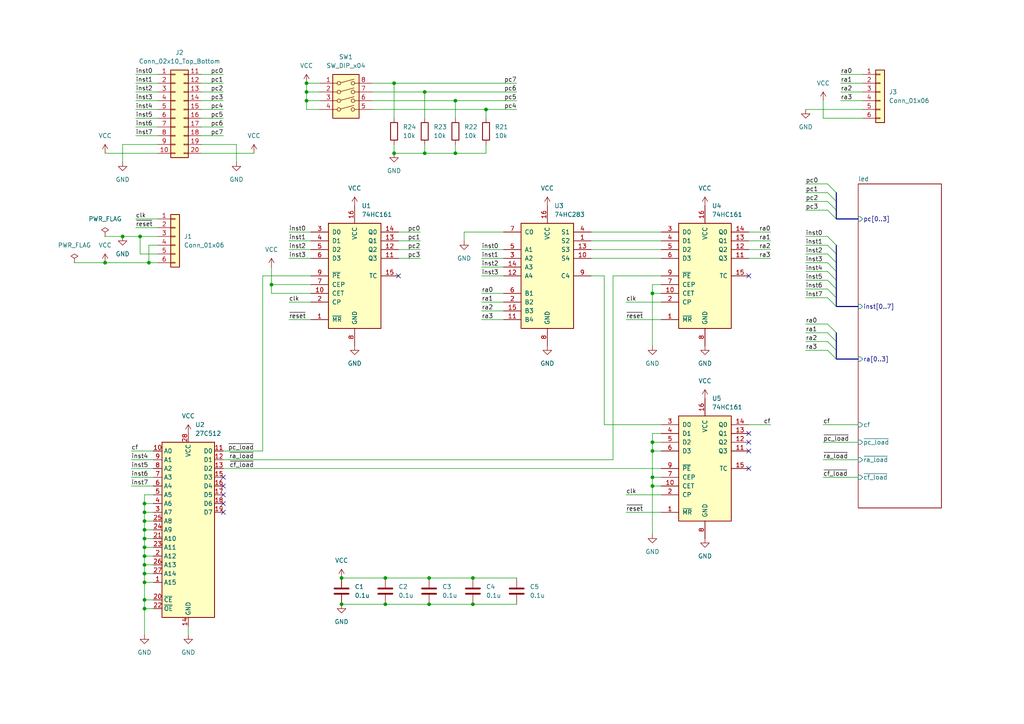
<source format=kicad_sch>
(kicad_sch (version 20211123) (generator eeschema)

  (uuid e63e39d7-6ac0-4ffd-8aa3-1841a4541b55)

  (paper "A4")

  (lib_symbols
    (symbol "74xx:74LS161" (pin_names (offset 1.016)) (in_bom yes) (on_board yes)
      (property "Reference" "U" (id 0) (at -7.62 16.51 0)
        (effects (font (size 1.27 1.27)))
      )
      (property "Value" "74LS161" (id 1) (at -7.62 -16.51 0)
        (effects (font (size 1.27 1.27)))
      )
      (property "Footprint" "" (id 2) (at 0 0 0)
        (effects (font (size 1.27 1.27)) hide)
      )
      (property "Datasheet" "http://www.ti.com/lit/gpn/sn74LS161" (id 3) (at 0 0 0)
        (effects (font (size 1.27 1.27)) hide)
      )
      (property "ki_locked" "" (id 4) (at 0 0 0)
        (effects (font (size 1.27 1.27)))
      )
      (property "ki_keywords" "TTL CNT CNT4" (id 5) (at 0 0 0)
        (effects (font (size 1.27 1.27)) hide)
      )
      (property "ki_description" "Synchronous 4-bit programmable binary Counter" (id 6) (at 0 0 0)
        (effects (font (size 1.27 1.27)) hide)
      )
      (property "ki_fp_filters" "DIP?16*" (id 7) (at 0 0 0)
        (effects (font (size 1.27 1.27)) hide)
      )
      (symbol "74LS161_1_0"
        (pin input line (at -12.7 -12.7 0) (length 5.08)
          (name "~{MR}" (effects (font (size 1.27 1.27))))
          (number "1" (effects (font (size 1.27 1.27))))
        )
        (pin input line (at -12.7 -5.08 0) (length 5.08)
          (name "CET" (effects (font (size 1.27 1.27))))
          (number "10" (effects (font (size 1.27 1.27))))
        )
        (pin output line (at 12.7 5.08 180) (length 5.08)
          (name "Q3" (effects (font (size 1.27 1.27))))
          (number "11" (effects (font (size 1.27 1.27))))
        )
        (pin output line (at 12.7 7.62 180) (length 5.08)
          (name "Q2" (effects (font (size 1.27 1.27))))
          (number "12" (effects (font (size 1.27 1.27))))
        )
        (pin output line (at 12.7 10.16 180) (length 5.08)
          (name "Q1" (effects (font (size 1.27 1.27))))
          (number "13" (effects (font (size 1.27 1.27))))
        )
        (pin output line (at 12.7 12.7 180) (length 5.08)
          (name "Q0" (effects (font (size 1.27 1.27))))
          (number "14" (effects (font (size 1.27 1.27))))
        )
        (pin output line (at 12.7 0 180) (length 5.08)
          (name "TC" (effects (font (size 1.27 1.27))))
          (number "15" (effects (font (size 1.27 1.27))))
        )
        (pin power_in line (at 0 20.32 270) (length 5.08)
          (name "VCC" (effects (font (size 1.27 1.27))))
          (number "16" (effects (font (size 1.27 1.27))))
        )
        (pin input line (at -12.7 -7.62 0) (length 5.08)
          (name "CP" (effects (font (size 1.27 1.27))))
          (number "2" (effects (font (size 1.27 1.27))))
        )
        (pin input line (at -12.7 12.7 0) (length 5.08)
          (name "D0" (effects (font (size 1.27 1.27))))
          (number "3" (effects (font (size 1.27 1.27))))
        )
        (pin input line (at -12.7 10.16 0) (length 5.08)
          (name "D1" (effects (font (size 1.27 1.27))))
          (number "4" (effects (font (size 1.27 1.27))))
        )
        (pin input line (at -12.7 7.62 0) (length 5.08)
          (name "D2" (effects (font (size 1.27 1.27))))
          (number "5" (effects (font (size 1.27 1.27))))
        )
        (pin input line (at -12.7 5.08 0) (length 5.08)
          (name "D3" (effects (font (size 1.27 1.27))))
          (number "6" (effects (font (size 1.27 1.27))))
        )
        (pin input line (at -12.7 -2.54 0) (length 5.08)
          (name "CEP" (effects (font (size 1.27 1.27))))
          (number "7" (effects (font (size 1.27 1.27))))
        )
        (pin power_in line (at 0 -20.32 90) (length 5.08)
          (name "GND" (effects (font (size 1.27 1.27))))
          (number "8" (effects (font (size 1.27 1.27))))
        )
        (pin input line (at -12.7 0 0) (length 5.08)
          (name "~{PE}" (effects (font (size 1.27 1.27))))
          (number "9" (effects (font (size 1.27 1.27))))
        )
      )
      (symbol "74LS161_1_1"
        (rectangle (start -7.62 15.24) (end 7.62 -15.24)
          (stroke (width 0.254) (type default) (color 0 0 0 0))
          (fill (type background))
        )
      )
    )
    (symbol "74xx:74LS283" (pin_names (offset 1.016)) (in_bom yes) (on_board yes)
      (property "Reference" "U" (id 0) (at -7.62 16.51 0)
        (effects (font (size 1.27 1.27)))
      )
      (property "Value" "74LS283" (id 1) (at -7.62 -16.51 0)
        (effects (font (size 1.27 1.27)))
      )
      (property "Footprint" "" (id 2) (at 0 0 0)
        (effects (font (size 1.27 1.27)) hide)
      )
      (property "Datasheet" "http://www.ti.com/lit/gpn/sn74LS283" (id 3) (at 0 0 0)
        (effects (font (size 1.27 1.27)) hide)
      )
      (property "ki_locked" "" (id 4) (at 0 0 0)
        (effects (font (size 1.27 1.27)))
      )
      (property "ki_keywords" "TTL ADD Arith ALU" (id 5) (at 0 0 0)
        (effects (font (size 1.27 1.27)) hide)
      )
      (property "ki_description" "4-bit full Adder" (id 6) (at 0 0 0)
        (effects (font (size 1.27 1.27)) hide)
      )
      (property "ki_fp_filters" "DIP?16*" (id 7) (at 0 0 0)
        (effects (font (size 1.27 1.27)) hide)
      )
      (symbol "74LS283_1_0"
        (pin output line (at 12.7 10.16 180) (length 5.08)
          (name "S2" (effects (font (size 1.27 1.27))))
          (number "1" (effects (font (size 1.27 1.27))))
        )
        (pin output line (at 12.7 5.08 180) (length 5.08)
          (name "S4" (effects (font (size 1.27 1.27))))
          (number "10" (effects (font (size 1.27 1.27))))
        )
        (pin input line (at -12.7 -12.7 0) (length 5.08)
          (name "B4" (effects (font (size 1.27 1.27))))
          (number "11" (effects (font (size 1.27 1.27))))
        )
        (pin input line (at -12.7 0 0) (length 5.08)
          (name "A4" (effects (font (size 1.27 1.27))))
          (number "12" (effects (font (size 1.27 1.27))))
        )
        (pin output line (at 12.7 7.62 180) (length 5.08)
          (name "S3" (effects (font (size 1.27 1.27))))
          (number "13" (effects (font (size 1.27 1.27))))
        )
        (pin input line (at -12.7 2.54 0) (length 5.08)
          (name "A3" (effects (font (size 1.27 1.27))))
          (number "14" (effects (font (size 1.27 1.27))))
        )
        (pin input line (at -12.7 -10.16 0) (length 5.08)
          (name "B3" (effects (font (size 1.27 1.27))))
          (number "15" (effects (font (size 1.27 1.27))))
        )
        (pin power_in line (at 0 20.32 270) (length 5.08)
          (name "VCC" (effects (font (size 1.27 1.27))))
          (number "16" (effects (font (size 1.27 1.27))))
        )
        (pin input line (at -12.7 -7.62 0) (length 5.08)
          (name "B2" (effects (font (size 1.27 1.27))))
          (number "2" (effects (font (size 1.27 1.27))))
        )
        (pin input line (at -12.7 5.08 0) (length 5.08)
          (name "A2" (effects (font (size 1.27 1.27))))
          (number "3" (effects (font (size 1.27 1.27))))
        )
        (pin output line (at 12.7 12.7 180) (length 5.08)
          (name "S1" (effects (font (size 1.27 1.27))))
          (number "4" (effects (font (size 1.27 1.27))))
        )
        (pin input line (at -12.7 7.62 0) (length 5.08)
          (name "A1" (effects (font (size 1.27 1.27))))
          (number "5" (effects (font (size 1.27 1.27))))
        )
        (pin input line (at -12.7 -5.08 0) (length 5.08)
          (name "B1" (effects (font (size 1.27 1.27))))
          (number "6" (effects (font (size 1.27 1.27))))
        )
        (pin input line (at -12.7 12.7 0) (length 5.08)
          (name "C0" (effects (font (size 1.27 1.27))))
          (number "7" (effects (font (size 1.27 1.27))))
        )
        (pin power_in line (at 0 -20.32 90) (length 5.08)
          (name "GND" (effects (font (size 1.27 1.27))))
          (number "8" (effects (font (size 1.27 1.27))))
        )
        (pin output line (at 12.7 0 180) (length 5.08)
          (name "C4" (effects (font (size 1.27 1.27))))
          (number "9" (effects (font (size 1.27 1.27))))
        )
      )
      (symbol "74LS283_1_1"
        (rectangle (start -7.62 15.24) (end 7.62 -15.24)
          (stroke (width 0.254) (type default) (color 0 0 0 0))
          (fill (type background))
        )
      )
    )
    (symbol "Connector_Generic:Conn_01x06" (pin_names (offset 1.016) hide) (in_bom yes) (on_board yes)
      (property "Reference" "J" (id 0) (at 0 7.62 0)
        (effects (font (size 1.27 1.27)))
      )
      (property "Value" "Conn_01x06" (id 1) (at 0 -10.16 0)
        (effects (font (size 1.27 1.27)))
      )
      (property "Footprint" "" (id 2) (at 0 0 0)
        (effects (font (size 1.27 1.27)) hide)
      )
      (property "Datasheet" "~" (id 3) (at 0 0 0)
        (effects (font (size 1.27 1.27)) hide)
      )
      (property "ki_keywords" "connector" (id 4) (at 0 0 0)
        (effects (font (size 1.27 1.27)) hide)
      )
      (property "ki_description" "Generic connector, single row, 01x06, script generated (kicad-library-utils/schlib/autogen/connector/)" (id 5) (at 0 0 0)
        (effects (font (size 1.27 1.27)) hide)
      )
      (property "ki_fp_filters" "Connector*:*_1x??_*" (id 6) (at 0 0 0)
        (effects (font (size 1.27 1.27)) hide)
      )
      (symbol "Conn_01x06_1_1"
        (rectangle (start -1.27 -7.493) (end 0 -7.747)
          (stroke (width 0.1524) (type default) (color 0 0 0 0))
          (fill (type none))
        )
        (rectangle (start -1.27 -4.953) (end 0 -5.207)
          (stroke (width 0.1524) (type default) (color 0 0 0 0))
          (fill (type none))
        )
        (rectangle (start -1.27 -2.413) (end 0 -2.667)
          (stroke (width 0.1524) (type default) (color 0 0 0 0))
          (fill (type none))
        )
        (rectangle (start -1.27 0.127) (end 0 -0.127)
          (stroke (width 0.1524) (type default) (color 0 0 0 0))
          (fill (type none))
        )
        (rectangle (start -1.27 2.667) (end 0 2.413)
          (stroke (width 0.1524) (type default) (color 0 0 0 0))
          (fill (type none))
        )
        (rectangle (start -1.27 5.207) (end 0 4.953)
          (stroke (width 0.1524) (type default) (color 0 0 0 0))
          (fill (type none))
        )
        (rectangle (start -1.27 6.35) (end 1.27 -8.89)
          (stroke (width 0.254) (type default) (color 0 0 0 0))
          (fill (type background))
        )
        (pin passive line (at -5.08 5.08 0) (length 3.81)
          (name "Pin_1" (effects (font (size 1.27 1.27))))
          (number "1" (effects (font (size 1.27 1.27))))
        )
        (pin passive line (at -5.08 2.54 0) (length 3.81)
          (name "Pin_2" (effects (font (size 1.27 1.27))))
          (number "2" (effects (font (size 1.27 1.27))))
        )
        (pin passive line (at -5.08 0 0) (length 3.81)
          (name "Pin_3" (effects (font (size 1.27 1.27))))
          (number "3" (effects (font (size 1.27 1.27))))
        )
        (pin passive line (at -5.08 -2.54 0) (length 3.81)
          (name "Pin_4" (effects (font (size 1.27 1.27))))
          (number "4" (effects (font (size 1.27 1.27))))
        )
        (pin passive line (at -5.08 -5.08 0) (length 3.81)
          (name "Pin_5" (effects (font (size 1.27 1.27))))
          (number "5" (effects (font (size 1.27 1.27))))
        )
        (pin passive line (at -5.08 -7.62 0) (length 3.81)
          (name "Pin_6" (effects (font (size 1.27 1.27))))
          (number "6" (effects (font (size 1.27 1.27))))
        )
      )
    )
    (symbol "Connector_Generic:Conn_02x10_Top_Bottom" (pin_names (offset 1.016) hide) (in_bom yes) (on_board yes)
      (property "Reference" "J" (id 0) (at 1.27 12.7 0)
        (effects (font (size 1.27 1.27)))
      )
      (property "Value" "Conn_02x10_Top_Bottom" (id 1) (at 1.27 -15.24 0)
        (effects (font (size 1.27 1.27)))
      )
      (property "Footprint" "" (id 2) (at 0 0 0)
        (effects (font (size 1.27 1.27)) hide)
      )
      (property "Datasheet" "~" (id 3) (at 0 0 0)
        (effects (font (size 1.27 1.27)) hide)
      )
      (property "ki_keywords" "connector" (id 4) (at 0 0 0)
        (effects (font (size 1.27 1.27)) hide)
      )
      (property "ki_description" "Generic connector, double row, 02x10, top/bottom pin numbering scheme (row 1: 1...pins_per_row, row2: pins_per_row+1 ... num_pins), script generated (kicad-library-utils/schlib/autogen/connector/)" (id 5) (at 0 0 0)
        (effects (font (size 1.27 1.27)) hide)
      )
      (property "ki_fp_filters" "Connector*:*_2x??_*" (id 6) (at 0 0 0)
        (effects (font (size 1.27 1.27)) hide)
      )
      (symbol "Conn_02x10_Top_Bottom_1_1"
        (rectangle (start -1.27 -12.573) (end 0 -12.827)
          (stroke (width 0.1524) (type default) (color 0 0 0 0))
          (fill (type none))
        )
        (rectangle (start -1.27 -10.033) (end 0 -10.287)
          (stroke (width 0.1524) (type default) (color 0 0 0 0))
          (fill (type none))
        )
        (rectangle (start -1.27 -7.493) (end 0 -7.747)
          (stroke (width 0.1524) (type default) (color 0 0 0 0))
          (fill (type none))
        )
        (rectangle (start -1.27 -4.953) (end 0 -5.207)
          (stroke (width 0.1524) (type default) (color 0 0 0 0))
          (fill (type none))
        )
        (rectangle (start -1.27 -2.413) (end 0 -2.667)
          (stroke (width 0.1524) (type default) (color 0 0 0 0))
          (fill (type none))
        )
        (rectangle (start -1.27 0.127) (end 0 -0.127)
          (stroke (width 0.1524) (type default) (color 0 0 0 0))
          (fill (type none))
        )
        (rectangle (start -1.27 2.667) (end 0 2.413)
          (stroke (width 0.1524) (type default) (color 0 0 0 0))
          (fill (type none))
        )
        (rectangle (start -1.27 5.207) (end 0 4.953)
          (stroke (width 0.1524) (type default) (color 0 0 0 0))
          (fill (type none))
        )
        (rectangle (start -1.27 7.747) (end 0 7.493)
          (stroke (width 0.1524) (type default) (color 0 0 0 0))
          (fill (type none))
        )
        (rectangle (start -1.27 10.287) (end 0 10.033)
          (stroke (width 0.1524) (type default) (color 0 0 0 0))
          (fill (type none))
        )
        (rectangle (start -1.27 11.43) (end 3.81 -13.97)
          (stroke (width 0.254) (type default) (color 0 0 0 0))
          (fill (type background))
        )
        (rectangle (start 3.81 -12.573) (end 2.54 -12.827)
          (stroke (width 0.1524) (type default) (color 0 0 0 0))
          (fill (type none))
        )
        (rectangle (start 3.81 -10.033) (end 2.54 -10.287)
          (stroke (width 0.1524) (type default) (color 0 0 0 0))
          (fill (type none))
        )
        (rectangle (start 3.81 -7.493) (end 2.54 -7.747)
          (stroke (width 0.1524) (type default) (color 0 0 0 0))
          (fill (type none))
        )
        (rectangle (start 3.81 -4.953) (end 2.54 -5.207)
          (stroke (width 0.1524) (type default) (color 0 0 0 0))
          (fill (type none))
        )
        (rectangle (start 3.81 -2.413) (end 2.54 -2.667)
          (stroke (width 0.1524) (type default) (color 0 0 0 0))
          (fill (type none))
        )
        (rectangle (start 3.81 0.127) (end 2.54 -0.127)
          (stroke (width 0.1524) (type default) (color 0 0 0 0))
          (fill (type none))
        )
        (rectangle (start 3.81 2.667) (end 2.54 2.413)
          (stroke (width 0.1524) (type default) (color 0 0 0 0))
          (fill (type none))
        )
        (rectangle (start 3.81 5.207) (end 2.54 4.953)
          (stroke (width 0.1524) (type default) (color 0 0 0 0))
          (fill (type none))
        )
        (rectangle (start 3.81 7.747) (end 2.54 7.493)
          (stroke (width 0.1524) (type default) (color 0 0 0 0))
          (fill (type none))
        )
        (rectangle (start 3.81 10.287) (end 2.54 10.033)
          (stroke (width 0.1524) (type default) (color 0 0 0 0))
          (fill (type none))
        )
        (pin passive line (at -5.08 10.16 0) (length 3.81)
          (name "Pin_1" (effects (font (size 1.27 1.27))))
          (number "1" (effects (font (size 1.27 1.27))))
        )
        (pin passive line (at -5.08 -12.7 0) (length 3.81)
          (name "Pin_10" (effects (font (size 1.27 1.27))))
          (number "10" (effects (font (size 1.27 1.27))))
        )
        (pin passive line (at 7.62 10.16 180) (length 3.81)
          (name "Pin_11" (effects (font (size 1.27 1.27))))
          (number "11" (effects (font (size 1.27 1.27))))
        )
        (pin passive line (at 7.62 7.62 180) (length 3.81)
          (name "Pin_12" (effects (font (size 1.27 1.27))))
          (number "12" (effects (font (size 1.27 1.27))))
        )
        (pin passive line (at 7.62 5.08 180) (length 3.81)
          (name "Pin_13" (effects (font (size 1.27 1.27))))
          (number "13" (effects (font (size 1.27 1.27))))
        )
        (pin passive line (at 7.62 2.54 180) (length 3.81)
          (name "Pin_14" (effects (font (size 1.27 1.27))))
          (number "14" (effects (font (size 1.27 1.27))))
        )
        (pin passive line (at 7.62 0 180) (length 3.81)
          (name "Pin_15" (effects (font (size 1.27 1.27))))
          (number "15" (effects (font (size 1.27 1.27))))
        )
        (pin passive line (at 7.62 -2.54 180) (length 3.81)
          (name "Pin_16" (effects (font (size 1.27 1.27))))
          (number "16" (effects (font (size 1.27 1.27))))
        )
        (pin passive line (at 7.62 -5.08 180) (length 3.81)
          (name "Pin_17" (effects (font (size 1.27 1.27))))
          (number "17" (effects (font (size 1.27 1.27))))
        )
        (pin passive line (at 7.62 -7.62 180) (length 3.81)
          (name "Pin_18" (effects (font (size 1.27 1.27))))
          (number "18" (effects (font (size 1.27 1.27))))
        )
        (pin passive line (at 7.62 -10.16 180) (length 3.81)
          (name "Pin_19" (effects (font (size 1.27 1.27))))
          (number "19" (effects (font (size 1.27 1.27))))
        )
        (pin passive line (at -5.08 7.62 0) (length 3.81)
          (name "Pin_2" (effects (font (size 1.27 1.27))))
          (number "2" (effects (font (size 1.27 1.27))))
        )
        (pin passive line (at 7.62 -12.7 180) (length 3.81)
          (name "Pin_20" (effects (font (size 1.27 1.27))))
          (number "20" (effects (font (size 1.27 1.27))))
        )
        (pin passive line (at -5.08 5.08 0) (length 3.81)
          (name "Pin_3" (effects (font (size 1.27 1.27))))
          (number "3" (effects (font (size 1.27 1.27))))
        )
        (pin passive line (at -5.08 2.54 0) (length 3.81)
          (name "Pin_4" (effects (font (size 1.27 1.27))))
          (number "4" (effects (font (size 1.27 1.27))))
        )
        (pin passive line (at -5.08 0 0) (length 3.81)
          (name "Pin_5" (effects (font (size 1.27 1.27))))
          (number "5" (effects (font (size 1.27 1.27))))
        )
        (pin passive line (at -5.08 -2.54 0) (length 3.81)
          (name "Pin_6" (effects (font (size 1.27 1.27))))
          (number "6" (effects (font (size 1.27 1.27))))
        )
        (pin passive line (at -5.08 -5.08 0) (length 3.81)
          (name "Pin_7" (effects (font (size 1.27 1.27))))
          (number "7" (effects (font (size 1.27 1.27))))
        )
        (pin passive line (at -5.08 -7.62 0) (length 3.81)
          (name "Pin_8" (effects (font (size 1.27 1.27))))
          (number "8" (effects (font (size 1.27 1.27))))
        )
        (pin passive line (at -5.08 -10.16 0) (length 3.81)
          (name "Pin_9" (effects (font (size 1.27 1.27))))
          (number "9" (effects (font (size 1.27 1.27))))
        )
      )
    )
    (symbol "Device:C" (pin_numbers hide) (pin_names (offset 0.254)) (in_bom yes) (on_board yes)
      (property "Reference" "C" (id 0) (at 0.635 2.54 0)
        (effects (font (size 1.27 1.27)) (justify left))
      )
      (property "Value" "C" (id 1) (at 0.635 -2.54 0)
        (effects (font (size 1.27 1.27)) (justify left))
      )
      (property "Footprint" "" (id 2) (at 0.9652 -3.81 0)
        (effects (font (size 1.27 1.27)) hide)
      )
      (property "Datasheet" "~" (id 3) (at 0 0 0)
        (effects (font (size 1.27 1.27)) hide)
      )
      (property "ki_keywords" "cap capacitor" (id 4) (at 0 0 0)
        (effects (font (size 1.27 1.27)) hide)
      )
      (property "ki_description" "Unpolarized capacitor" (id 5) (at 0 0 0)
        (effects (font (size 1.27 1.27)) hide)
      )
      (property "ki_fp_filters" "C_*" (id 6) (at 0 0 0)
        (effects (font (size 1.27 1.27)) hide)
      )
      (symbol "C_0_1"
        (polyline
          (pts
            (xy -2.032 -0.762)
            (xy 2.032 -0.762)
          )
          (stroke (width 0.508) (type default) (color 0 0 0 0))
          (fill (type none))
        )
        (polyline
          (pts
            (xy -2.032 0.762)
            (xy 2.032 0.762)
          )
          (stroke (width 0.508) (type default) (color 0 0 0 0))
          (fill (type none))
        )
      )
      (symbol "C_1_1"
        (pin passive line (at 0 3.81 270) (length 2.794)
          (name "~" (effects (font (size 1.27 1.27))))
          (number "1" (effects (font (size 1.27 1.27))))
        )
        (pin passive line (at 0 -3.81 90) (length 2.794)
          (name "~" (effects (font (size 1.27 1.27))))
          (number "2" (effects (font (size 1.27 1.27))))
        )
      )
    )
    (symbol "Device:R" (pin_numbers hide) (pin_names (offset 0)) (in_bom yes) (on_board yes)
      (property "Reference" "R" (id 0) (at 2.032 0 90)
        (effects (font (size 1.27 1.27)))
      )
      (property "Value" "R" (id 1) (at 0 0 90)
        (effects (font (size 1.27 1.27)))
      )
      (property "Footprint" "" (id 2) (at -1.778 0 90)
        (effects (font (size 1.27 1.27)) hide)
      )
      (property "Datasheet" "~" (id 3) (at 0 0 0)
        (effects (font (size 1.27 1.27)) hide)
      )
      (property "ki_keywords" "R res resistor" (id 4) (at 0 0 0)
        (effects (font (size 1.27 1.27)) hide)
      )
      (property "ki_description" "Resistor" (id 5) (at 0 0 0)
        (effects (font (size 1.27 1.27)) hide)
      )
      (property "ki_fp_filters" "R_*" (id 6) (at 0 0 0)
        (effects (font (size 1.27 1.27)) hide)
      )
      (symbol "R_0_1"
        (rectangle (start -1.016 -2.54) (end 1.016 2.54)
          (stroke (width 0.254) (type default) (color 0 0 0 0))
          (fill (type none))
        )
      )
      (symbol "R_1_1"
        (pin passive line (at 0 3.81 270) (length 1.27)
          (name "~" (effects (font (size 1.27 1.27))))
          (number "1" (effects (font (size 1.27 1.27))))
        )
        (pin passive line (at 0 -3.81 90) (length 1.27)
          (name "~" (effects (font (size 1.27 1.27))))
          (number "2" (effects (font (size 1.27 1.27))))
        )
      )
    )
    (symbol "Memory_EPROM:27C512" (in_bom yes) (on_board yes)
      (property "Reference" "U" (id 0) (at -7.62 26.67 0)
        (effects (font (size 1.27 1.27)))
      )
      (property "Value" "27C512" (id 1) (at 2.54 -26.67 0)
        (effects (font (size 1.27 1.27)) (justify left))
      )
      (property "Footprint" "Package_DIP:DIP-28_W15.24mm" (id 2) (at 0 0 0)
        (effects (font (size 1.27 1.27)) hide)
      )
      (property "Datasheet" "http://ww1.microchip.com/downloads/en/DeviceDoc/doc0015.pdf" (id 3) (at 0 0 0)
        (effects (font (size 1.27 1.27)) hide)
      )
      (property "ki_keywords" "OTP EPROM 512KiBit" (id 4) (at 0 0 0)
        (effects (font (size 1.27 1.27)) hide)
      )
      (property "ki_description" "OTP EPROM 512 KiBit" (id 5) (at 0 0 0)
        (effects (font (size 1.27 1.27)) hide)
      )
      (property "ki_fp_filters" "DIP*W15.24mm*" (id 6) (at 0 0 0)
        (effects (font (size 1.27 1.27)) hide)
      )
      (symbol "27C512_1_1"
        (rectangle (start -7.62 25.4) (end 7.62 -25.4)
          (stroke (width 0.254) (type default) (color 0 0 0 0))
          (fill (type background))
        )
        (pin input line (at -10.16 -15.24 0) (length 2.54)
          (name "A15" (effects (font (size 1.27 1.27))))
          (number "1" (effects (font (size 1.27 1.27))))
        )
        (pin input line (at -10.16 22.86 0) (length 2.54)
          (name "A0" (effects (font (size 1.27 1.27))))
          (number "10" (effects (font (size 1.27 1.27))))
        )
        (pin tri_state line (at 10.16 22.86 180) (length 2.54)
          (name "D0" (effects (font (size 1.27 1.27))))
          (number "11" (effects (font (size 1.27 1.27))))
        )
        (pin tri_state line (at 10.16 20.32 180) (length 2.54)
          (name "D1" (effects (font (size 1.27 1.27))))
          (number "12" (effects (font (size 1.27 1.27))))
        )
        (pin tri_state line (at 10.16 17.78 180) (length 2.54)
          (name "D2" (effects (font (size 1.27 1.27))))
          (number "13" (effects (font (size 1.27 1.27))))
        )
        (pin power_in line (at 0 -27.94 90) (length 2.54)
          (name "GND" (effects (font (size 1.27 1.27))))
          (number "14" (effects (font (size 1.27 1.27))))
        )
        (pin tri_state line (at 10.16 15.24 180) (length 2.54)
          (name "D3" (effects (font (size 1.27 1.27))))
          (number "15" (effects (font (size 1.27 1.27))))
        )
        (pin tri_state line (at 10.16 12.7 180) (length 2.54)
          (name "D4" (effects (font (size 1.27 1.27))))
          (number "16" (effects (font (size 1.27 1.27))))
        )
        (pin tri_state line (at 10.16 10.16 180) (length 2.54)
          (name "D5" (effects (font (size 1.27 1.27))))
          (number "17" (effects (font (size 1.27 1.27))))
        )
        (pin tri_state line (at 10.16 7.62 180) (length 2.54)
          (name "D6" (effects (font (size 1.27 1.27))))
          (number "18" (effects (font (size 1.27 1.27))))
        )
        (pin tri_state line (at 10.16 5.08 180) (length 2.54)
          (name "D7" (effects (font (size 1.27 1.27))))
          (number "19" (effects (font (size 1.27 1.27))))
        )
        (pin input line (at -10.16 -7.62 0) (length 2.54)
          (name "A12" (effects (font (size 1.27 1.27))))
          (number "2" (effects (font (size 1.27 1.27))))
        )
        (pin input line (at -10.16 -20.32 0) (length 2.54)
          (name "~{CE}" (effects (font (size 1.27 1.27))))
          (number "20" (effects (font (size 1.27 1.27))))
        )
        (pin input line (at -10.16 -2.54 0) (length 2.54)
          (name "A10" (effects (font (size 1.27 1.27))))
          (number "21" (effects (font (size 1.27 1.27))))
        )
        (pin input line (at -10.16 -22.86 0) (length 2.54)
          (name "~{OE}" (effects (font (size 1.27 1.27))))
          (number "22" (effects (font (size 1.27 1.27))))
        )
        (pin input line (at -10.16 -5.08 0) (length 2.54)
          (name "A11" (effects (font (size 1.27 1.27))))
          (number "23" (effects (font (size 1.27 1.27))))
        )
        (pin input line (at -10.16 0 0) (length 2.54)
          (name "A9" (effects (font (size 1.27 1.27))))
          (number "24" (effects (font (size 1.27 1.27))))
        )
        (pin input line (at -10.16 2.54 0) (length 2.54)
          (name "A8" (effects (font (size 1.27 1.27))))
          (number "25" (effects (font (size 1.27 1.27))))
        )
        (pin input line (at -10.16 -10.16 0) (length 2.54)
          (name "A13" (effects (font (size 1.27 1.27))))
          (number "26" (effects (font (size 1.27 1.27))))
        )
        (pin input line (at -10.16 -12.7 0) (length 2.54)
          (name "A14" (effects (font (size 1.27 1.27))))
          (number "27" (effects (font (size 1.27 1.27))))
        )
        (pin power_in line (at 0 27.94 270) (length 2.54)
          (name "VCC" (effects (font (size 1.27 1.27))))
          (number "28" (effects (font (size 1.27 1.27))))
        )
        (pin input line (at -10.16 5.08 0) (length 2.54)
          (name "A7" (effects (font (size 1.27 1.27))))
          (number "3" (effects (font (size 1.27 1.27))))
        )
        (pin input line (at -10.16 7.62 0) (length 2.54)
          (name "A6" (effects (font (size 1.27 1.27))))
          (number "4" (effects (font (size 1.27 1.27))))
        )
        (pin input line (at -10.16 10.16 0) (length 2.54)
          (name "A5" (effects (font (size 1.27 1.27))))
          (number "5" (effects (font (size 1.27 1.27))))
        )
        (pin input line (at -10.16 12.7 0) (length 2.54)
          (name "A4" (effects (font (size 1.27 1.27))))
          (number "6" (effects (font (size 1.27 1.27))))
        )
        (pin input line (at -10.16 15.24 0) (length 2.54)
          (name "A3" (effects (font (size 1.27 1.27))))
          (number "7" (effects (font (size 1.27 1.27))))
        )
        (pin input line (at -10.16 17.78 0) (length 2.54)
          (name "A2" (effects (font (size 1.27 1.27))))
          (number "8" (effects (font (size 1.27 1.27))))
        )
        (pin input line (at -10.16 20.32 0) (length 2.54)
          (name "A1" (effects (font (size 1.27 1.27))))
          (number "9" (effects (font (size 1.27 1.27))))
        )
      )
    )
    (symbol "Switch:SW_DIP_x04" (pin_names (offset 0) hide) (in_bom yes) (on_board yes)
      (property "Reference" "SW" (id 0) (at 0 8.89 0)
        (effects (font (size 1.27 1.27)))
      )
      (property "Value" "SW_DIP_x04" (id 1) (at 0 -6.35 0)
        (effects (font (size 1.27 1.27)))
      )
      (property "Footprint" "" (id 2) (at 0 0 0)
        (effects (font (size 1.27 1.27)) hide)
      )
      (property "Datasheet" "~" (id 3) (at 0 0 0)
        (effects (font (size 1.27 1.27)) hide)
      )
      (property "ki_keywords" "dip switch" (id 4) (at 0 0 0)
        (effects (font (size 1.27 1.27)) hide)
      )
      (property "ki_description" "4x DIP Switch, Single Pole Single Throw (SPST) switch, small symbol" (id 5) (at 0 0 0)
        (effects (font (size 1.27 1.27)) hide)
      )
      (property "ki_fp_filters" "SW?DIP?x4*" (id 6) (at 0 0 0)
        (effects (font (size 1.27 1.27)) hide)
      )
      (symbol "SW_DIP_x04_0_0"
        (circle (center -2.032 -2.54) (radius 0.508)
          (stroke (width 0) (type default) (color 0 0 0 0))
          (fill (type none))
        )
        (circle (center -2.032 0) (radius 0.508)
          (stroke (width 0) (type default) (color 0 0 0 0))
          (fill (type none))
        )
        (circle (center -2.032 2.54) (radius 0.508)
          (stroke (width 0) (type default) (color 0 0 0 0))
          (fill (type none))
        )
        (circle (center -2.032 5.08) (radius 0.508)
          (stroke (width 0) (type default) (color 0 0 0 0))
          (fill (type none))
        )
        (polyline
          (pts
            (xy -1.524 -2.3876)
            (xy 2.3622 -1.3462)
          )
          (stroke (width 0) (type default) (color 0 0 0 0))
          (fill (type none))
        )
        (polyline
          (pts
            (xy -1.524 0.127)
            (xy 2.3622 1.1684)
          )
          (stroke (width 0) (type default) (color 0 0 0 0))
          (fill (type none))
        )
        (polyline
          (pts
            (xy -1.524 2.667)
            (xy 2.3622 3.7084)
          )
          (stroke (width 0) (type default) (color 0 0 0 0))
          (fill (type none))
        )
        (polyline
          (pts
            (xy -1.524 5.207)
            (xy 2.3622 6.2484)
          )
          (stroke (width 0) (type default) (color 0 0 0 0))
          (fill (type none))
        )
        (circle (center 2.032 -2.54) (radius 0.508)
          (stroke (width 0) (type default) (color 0 0 0 0))
          (fill (type none))
        )
        (circle (center 2.032 0) (radius 0.508)
          (stroke (width 0) (type default) (color 0 0 0 0))
          (fill (type none))
        )
        (circle (center 2.032 2.54) (radius 0.508)
          (stroke (width 0) (type default) (color 0 0 0 0))
          (fill (type none))
        )
        (circle (center 2.032 5.08) (radius 0.508)
          (stroke (width 0) (type default) (color 0 0 0 0))
          (fill (type none))
        )
      )
      (symbol "SW_DIP_x04_0_1"
        (rectangle (start -3.81 7.62) (end 3.81 -5.08)
          (stroke (width 0.254) (type default) (color 0 0 0 0))
          (fill (type background))
        )
      )
      (symbol "SW_DIP_x04_1_1"
        (pin passive line (at -7.62 5.08 0) (length 5.08)
          (name "~" (effects (font (size 1.27 1.27))))
          (number "1" (effects (font (size 1.27 1.27))))
        )
        (pin passive line (at -7.62 2.54 0) (length 5.08)
          (name "~" (effects (font (size 1.27 1.27))))
          (number "2" (effects (font (size 1.27 1.27))))
        )
        (pin passive line (at -7.62 0 0) (length 5.08)
          (name "~" (effects (font (size 1.27 1.27))))
          (number "3" (effects (font (size 1.27 1.27))))
        )
        (pin passive line (at -7.62 -2.54 0) (length 5.08)
          (name "~" (effects (font (size 1.27 1.27))))
          (number "4" (effects (font (size 1.27 1.27))))
        )
        (pin passive line (at 7.62 -2.54 180) (length 5.08)
          (name "~" (effects (font (size 1.27 1.27))))
          (number "5" (effects (font (size 1.27 1.27))))
        )
        (pin passive line (at 7.62 0 180) (length 5.08)
          (name "~" (effects (font (size 1.27 1.27))))
          (number "6" (effects (font (size 1.27 1.27))))
        )
        (pin passive line (at 7.62 2.54 180) (length 5.08)
          (name "~" (effects (font (size 1.27 1.27))))
          (number "7" (effects (font (size 1.27 1.27))))
        )
        (pin passive line (at 7.62 5.08 180) (length 5.08)
          (name "~" (effects (font (size 1.27 1.27))))
          (number "8" (effects (font (size 1.27 1.27))))
        )
      )
    )
    (symbol "power:GND" (power) (pin_names (offset 0)) (in_bom yes) (on_board yes)
      (property "Reference" "#PWR" (id 0) (at 0 -6.35 0)
        (effects (font (size 1.27 1.27)) hide)
      )
      (property "Value" "GND" (id 1) (at 0 -3.81 0)
        (effects (font (size 1.27 1.27)))
      )
      (property "Footprint" "" (id 2) (at 0 0 0)
        (effects (font (size 1.27 1.27)) hide)
      )
      (property "Datasheet" "" (id 3) (at 0 0 0)
        (effects (font (size 1.27 1.27)) hide)
      )
      (property "ki_keywords" "power-flag" (id 4) (at 0 0 0)
        (effects (font (size 1.27 1.27)) hide)
      )
      (property "ki_description" "Power symbol creates a global label with name \"GND\" , ground" (id 5) (at 0 0 0)
        (effects (font (size 1.27 1.27)) hide)
      )
      (symbol "GND_0_1"
        (polyline
          (pts
            (xy 0 0)
            (xy 0 -1.27)
            (xy 1.27 -1.27)
            (xy 0 -2.54)
            (xy -1.27 -1.27)
            (xy 0 -1.27)
          )
          (stroke (width 0) (type default) (color 0 0 0 0))
          (fill (type none))
        )
      )
      (symbol "GND_1_1"
        (pin power_in line (at 0 0 270) (length 0) hide
          (name "GND" (effects (font (size 1.27 1.27))))
          (number "1" (effects (font (size 1.27 1.27))))
        )
      )
    )
    (symbol "power:PWR_FLAG" (power) (pin_numbers hide) (pin_names (offset 0) hide) (in_bom yes) (on_board yes)
      (property "Reference" "#FLG" (id 0) (at 0 1.905 0)
        (effects (font (size 1.27 1.27)) hide)
      )
      (property "Value" "PWR_FLAG" (id 1) (at 0 3.81 0)
        (effects (font (size 1.27 1.27)))
      )
      (property "Footprint" "" (id 2) (at 0 0 0)
        (effects (font (size 1.27 1.27)) hide)
      )
      (property "Datasheet" "~" (id 3) (at 0 0 0)
        (effects (font (size 1.27 1.27)) hide)
      )
      (property "ki_keywords" "power-flag" (id 4) (at 0 0 0)
        (effects (font (size 1.27 1.27)) hide)
      )
      (property "ki_description" "Special symbol for telling ERC where power comes from" (id 5) (at 0 0 0)
        (effects (font (size 1.27 1.27)) hide)
      )
      (symbol "PWR_FLAG_0_0"
        (pin power_out line (at 0 0 90) (length 0)
          (name "pwr" (effects (font (size 1.27 1.27))))
          (number "1" (effects (font (size 1.27 1.27))))
        )
      )
      (symbol "PWR_FLAG_0_1"
        (polyline
          (pts
            (xy 0 0)
            (xy 0 1.27)
            (xy -1.016 1.905)
            (xy 0 2.54)
            (xy 1.016 1.905)
            (xy 0 1.27)
          )
          (stroke (width 0) (type default) (color 0 0 0 0))
          (fill (type none))
        )
      )
    )
    (symbol "power:VCC" (power) (pin_names (offset 0)) (in_bom yes) (on_board yes)
      (property "Reference" "#PWR" (id 0) (at 0 -3.81 0)
        (effects (font (size 1.27 1.27)) hide)
      )
      (property "Value" "VCC" (id 1) (at 0 3.81 0)
        (effects (font (size 1.27 1.27)))
      )
      (property "Footprint" "" (id 2) (at 0 0 0)
        (effects (font (size 1.27 1.27)) hide)
      )
      (property "Datasheet" "" (id 3) (at 0 0 0)
        (effects (font (size 1.27 1.27)) hide)
      )
      (property "ki_keywords" "power-flag" (id 4) (at 0 0 0)
        (effects (font (size 1.27 1.27)) hide)
      )
      (property "ki_description" "Power symbol creates a global label with name \"VCC\"" (id 5) (at 0 0 0)
        (effects (font (size 1.27 1.27)) hide)
      )
      (symbol "VCC_0_1"
        (polyline
          (pts
            (xy -0.762 1.27)
            (xy 0 2.54)
          )
          (stroke (width 0) (type default) (color 0 0 0 0))
          (fill (type none))
        )
        (polyline
          (pts
            (xy 0 0)
            (xy 0 2.54)
          )
          (stroke (width 0) (type default) (color 0 0 0 0))
          (fill (type none))
        )
        (polyline
          (pts
            (xy 0 2.54)
            (xy 0.762 1.27)
          )
          (stroke (width 0) (type default) (color 0 0 0 0))
          (fill (type none))
        )
      )
      (symbol "VCC_1_1"
        (pin power_in line (at 0 0 90) (length 0) hide
          (name "VCC" (effects (font (size 1.27 1.27))))
          (number "1" (effects (font (size 1.27 1.27))))
        )
      )
    )
  )

  (junction (at 189.23 85.09) (diameter 0) (color 0 0 0 0)
    (uuid 12c1606d-ccb0-4875-a82f-5f9c604fc7cd)
  )
  (junction (at 41.91 158.75) (diameter 0) (color 0 0 0 0)
    (uuid 155246ec-06a8-4b13-b25a-7bfb8cf46f68)
  )
  (junction (at 40.64 68.58) (diameter 0) (color 0 0 0 0)
    (uuid 18cf1537-83e6-4374-a277-6e3e21479ab0)
  )
  (junction (at 78.74 82.55) (diameter 0) (color 0 0 0 0)
    (uuid 2495055c-abe4-485c-9c0a-8cb14fe035e2)
  )
  (junction (at 88.9 26.67) (diameter 0) (color 0 0 0 0)
    (uuid 25625d99-d45f-4b2f-9e62-009a122611f4)
  )
  (junction (at 189.23 128.27) (diameter 0) (color 0 0 0 0)
    (uuid 2cc5ef0a-b0fb-4af7-95fb-6faa43cce649)
  )
  (junction (at 111.76 175.26) (diameter 0) (color 0 0 0 0)
    (uuid 39d225b1-7ae8-4607-a614-8a40557f4e09)
  )
  (junction (at 99.06 175.26) (diameter 0) (color 0 0 0 0)
    (uuid 3f6fc892-5b98-4eba-9cf5-c1eb40457665)
  )
  (junction (at 189.23 130.81) (diameter 0) (color 0 0 0 0)
    (uuid 43638b99-379c-4bb4-8c66-d1505a5d8063)
  )
  (junction (at 124.46 167.64) (diameter 0) (color 0 0 0 0)
    (uuid 44aea6c5-14fe-4be7-aa8c-7a7cec33e333)
  )
  (junction (at 88.9 24.13) (diameter 0) (color 0 0 0 0)
    (uuid 44e77d57-d16f-4723-a95f-1ac45276c458)
  )
  (junction (at 41.91 163.83) (diameter 0) (color 0 0 0 0)
    (uuid 462e8ae3-be75-498a-be1f-fae36659ef27)
  )
  (junction (at 35.56 68.58) (diameter 0) (color 0 0 0 0)
    (uuid 4e7a230a-c1a4-4455-81ee-277835acf4a2)
  )
  (junction (at 30.48 76.2) (diameter 0) (color 0 0 0 0)
    (uuid 51f5536d-48d2-4807-be44-93f427952b0e)
  )
  (junction (at 114.3 44.45) (diameter 0) (color 0 0 0 0)
    (uuid 54093c93-5e7e-4c8d-8d94-40c077747c12)
  )
  (junction (at 41.91 161.29) (diameter 0) (color 0 0 0 0)
    (uuid 54bcda79-9a26-49f2-ae1c-39fbf64f336c)
  )
  (junction (at 41.91 168.91) (diameter 0) (color 0 0 0 0)
    (uuid 5b908fcc-d491-43b6-8a86-cf95f802e988)
  )
  (junction (at 99.06 167.64) (diameter 0) (color 0 0 0 0)
    (uuid 7438349a-164d-4aeb-82d6-59107c9b6286)
  )
  (junction (at 41.91 151.13) (diameter 0) (color 0 0 0 0)
    (uuid 80757647-2ab9-463e-9717-afb518f3ec8d)
  )
  (junction (at 140.97 31.75) (diameter 0) (color 0 0 0 0)
    (uuid 8220ba36-5fda-4461-95e2-49a5bc0c76af)
  )
  (junction (at 137.16 175.26) (diameter 0) (color 0 0 0 0)
    (uuid 83a1ca05-95ec-4df0-acea-70b8ee55c6c3)
  )
  (junction (at 41.91 166.37) (diameter 0) (color 0 0 0 0)
    (uuid 89875c7c-3571-4b2f-b21e-b6391e2c43f0)
  )
  (junction (at 111.76 167.64) (diameter 0) (color 0 0 0 0)
    (uuid 9aa55463-11f7-4df6-ae93-c8e8a5cee330)
  )
  (junction (at 189.23 140.97) (diameter 0) (color 0 0 0 0)
    (uuid a14c0931-2679-49db-8b04-a9bb41075a7d)
  )
  (junction (at 137.16 167.64) (diameter 0) (color 0 0 0 0)
    (uuid ac42d903-f146-46cd-894d-598dc05dab57)
  )
  (junction (at 189.23 138.43) (diameter 0) (color 0 0 0 0)
    (uuid ae19f65f-077c-4969-b45f-c66467568d77)
  )
  (junction (at 41.91 153.67) (diameter 0) (color 0 0 0 0)
    (uuid b8309b7a-ba05-4079-9084-7a25f6493ba1)
  )
  (junction (at 41.91 156.21) (diameter 0) (color 0 0 0 0)
    (uuid b9f309ad-359c-44b4-8d3e-b4da89dc89a4)
  )
  (junction (at 41.91 173.99) (diameter 0) (color 0 0 0 0)
    (uuid ba64a6d2-a830-45a6-8577-6c27bfb14254)
  )
  (junction (at 43.18 76.2) (diameter 0) (color 0 0 0 0)
    (uuid bc204c79-0619-4b16-889d-335bfdd71ce0)
  )
  (junction (at 41.91 146.05) (diameter 0) (color 0 0 0 0)
    (uuid be454b34-5b1b-480f-93bd-f323d9dc9ba3)
  )
  (junction (at 132.08 44.45) (diameter 0) (color 0 0 0 0)
    (uuid c9badf80-21f8-404a-b5df-18e98bffebf9)
  )
  (junction (at 132.08 29.21) (diameter 0) (color 0 0 0 0)
    (uuid d4e4ffa8-e3e2-4590-b9df-630d1880f3e4)
  )
  (junction (at 41.91 148.59) (diameter 0) (color 0 0 0 0)
    (uuid dfcbdb26-634f-45eb-9110-3d01580d4eb4)
  )
  (junction (at 114.3 24.13) (diameter 0) (color 0 0 0 0)
    (uuid ef3a2f4c-5879-4e98-ad30-6b8614410fba)
  )
  (junction (at 41.91 176.53) (diameter 0) (color 0 0 0 0)
    (uuid f34b76e3-4cb6-4637-af24-cb3f17565231)
  )
  (junction (at 88.9 29.21) (diameter 0) (color 0 0 0 0)
    (uuid f8621ac5-1e7e-4e87-8c69-5fd403df9470)
  )
  (junction (at 124.46 175.26) (diameter 0) (color 0 0 0 0)
    (uuid f94479b1-f9f3-4af3-a875-5f79f000313f)
  )
  (junction (at 123.19 44.45) (diameter 0) (color 0 0 0 0)
    (uuid fb1a635e-b207-4b36-b0fb-e877e480e86a)
  )
  (junction (at 123.19 26.67) (diameter 0) (color 0 0 0 0)
    (uuid fc13962a-a464-4fa2-b9a6-4c26667104ee)
  )

  (no_connect (at 217.17 125.73) (uuid 78d47c8d-58ef-4be3-bc0f-308b32f9d51f))
  (no_connect (at 217.17 130.81) (uuid 78d47c8d-58ef-4be3-bc0f-308b32f9d520))
  (no_connect (at 217.17 128.27) (uuid 78d47c8d-58ef-4be3-bc0f-308b32f9d521))
  (no_connect (at 217.17 135.89) (uuid 78d47c8d-58ef-4be3-bc0f-308b32f9d522))
  (no_connect (at 217.17 80.01) (uuid 78d47c8d-58ef-4be3-bc0f-308b32f9d523))
  (no_connect (at 115.57 80.01) (uuid 78d47c8d-58ef-4be3-bc0f-308b32f9d524))
  (no_connect (at 64.77 148.59) (uuid 78d47c8d-58ef-4be3-bc0f-308b32f9d525))
  (no_connect (at 64.77 138.43) (uuid 78d47c8d-58ef-4be3-bc0f-308b32f9d526))
  (no_connect (at 64.77 140.97) (uuid 78d47c8d-58ef-4be3-bc0f-308b32f9d527))
  (no_connect (at 64.77 143.51) (uuid 78d47c8d-58ef-4be3-bc0f-308b32f9d528))
  (no_connect (at 64.77 146.05) (uuid 78d47c8d-58ef-4be3-bc0f-308b32f9d529))

  (bus_entry (at 240.03 96.52) (size 2.54 2.54)
    (stroke (width 0) (type default) (color 0 0 0 0))
    (uuid 29b17c04-e193-45f5-897c-1b5df910914b)
  )
  (bus_entry (at 240.03 73.66) (size 2.54 2.54)
    (stroke (width 0) (type default) (color 0 0 0 0))
    (uuid 3a1c777d-ac95-4650-bf16-ddd00d0eac3f)
  )
  (bus_entry (at 240.03 76.2) (size 2.54 2.54)
    (stroke (width 0) (type default) (color 0 0 0 0))
    (uuid 3a1c777d-ac95-4650-bf16-ddd00d0eac40)
  )
  (bus_entry (at 240.03 71.12) (size 2.54 2.54)
    (stroke (width 0) (type default) (color 0 0 0 0))
    (uuid 3a1c777d-ac95-4650-bf16-ddd00d0eac41)
  )
  (bus_entry (at 240.03 78.74) (size 2.54 2.54)
    (stroke (width 0) (type default) (color 0 0 0 0))
    (uuid 3a1c777d-ac95-4650-bf16-ddd00d0eac42)
  )
  (bus_entry (at 240.03 81.28) (size 2.54 2.54)
    (stroke (width 0) (type default) (color 0 0 0 0))
    (uuid 3a1c777d-ac95-4650-bf16-ddd00d0eac43)
  )
  (bus_entry (at 240.03 58.42) (size 2.54 2.54)
    (stroke (width 0) (type default) (color 0 0 0 0))
    (uuid 3a1c777d-ac95-4650-bf16-ddd00d0eac44)
  )
  (bus_entry (at 240.03 68.58) (size 2.54 2.54)
    (stroke (width 0) (type default) (color 0 0 0 0))
    (uuid 3a1c777d-ac95-4650-bf16-ddd00d0eac45)
  )
  (bus_entry (at 240.03 60.96) (size 2.54 2.54)
    (stroke (width 0) (type default) (color 0 0 0 0))
    (uuid 3a1c777d-ac95-4650-bf16-ddd00d0eac46)
  )
  (bus_entry (at 240.03 53.34) (size 2.54 2.54)
    (stroke (width 0) (type default) (color 0 0 0 0))
    (uuid 3a1c777d-ac95-4650-bf16-ddd00d0eac47)
  )
  (bus_entry (at 240.03 55.88) (size 2.54 2.54)
    (stroke (width 0) (type default) (color 0 0 0 0))
    (uuid 3a1c777d-ac95-4650-bf16-ddd00d0eac48)
  )
  (bus_entry (at 240.03 86.36) (size 2.54 2.54)
    (stroke (width 0) (type default) (color 0 0 0 0))
    (uuid 3a1c777d-ac95-4650-bf16-ddd00d0eac49)
  )
  (bus_entry (at 240.03 83.82) (size 2.54 2.54)
    (stroke (width 0) (type default) (color 0 0 0 0))
    (uuid 3a1c777d-ac95-4650-bf16-ddd00d0eac4a)
  )
  (bus_entry (at 240.03 101.6) (size 2.54 2.54)
    (stroke (width 0) (type default) (color 0 0 0 0))
    (uuid 627fac11-c93f-479e-946d-e2822940b9e1)
  )
  (bus_entry (at 240.03 93.98) (size 2.54 2.54)
    (stroke (width 0) (type default) (color 0 0 0 0))
    (uuid 6bacd1d7-7ec3-4abe-8117-01ac7ac35297)
  )
  (bus_entry (at 240.03 99.06) (size 2.54 2.54)
    (stroke (width 0) (type default) (color 0 0 0 0))
    (uuid 7b9e2510-33e2-442a-bc42-9356beee4bba)
  )

  (wire (pts (xy 140.97 31.75) (xy 140.97 34.29))
    (stroke (width 0) (type default) (color 0 0 0 0))
    (uuid 003974b6-cb8f-491b-a226-fc7891eb9a62)
  )
  (wire (pts (xy 189.23 130.81) (xy 189.23 128.27))
    (stroke (width 0) (type default) (color 0 0 0 0))
    (uuid 016f0da4-41c3-4d0c-881c-8c961e851732)
  )
  (wire (pts (xy 30.48 76.2) (xy 43.18 76.2))
    (stroke (width 0) (type default) (color 0 0 0 0))
    (uuid 017667a9-f5de-49c7-af53-4f9af2f3a311)
  )
  (wire (pts (xy 181.61 92.71) (xy 191.77 92.71))
    (stroke (width 0) (type default) (color 0 0 0 0))
    (uuid 01c0fb16-c2f4-4320-a73b-591e67e960e3)
  )
  (wire (pts (xy 92.71 26.67) (xy 88.9 26.67))
    (stroke (width 0) (type default) (color 0 0 0 0))
    (uuid 01c59306-91a3-452b-92b5-9af8f8f257d6)
  )
  (wire (pts (xy 45.72 24.13) (xy 39.37 24.13))
    (stroke (width 0) (type default) (color 0 0 0 0))
    (uuid 056788ec-4ecf-4826-b996-bd884a6442a0)
  )
  (wire (pts (xy 217.17 72.39) (xy 223.52 72.39))
    (stroke (width 0) (type default) (color 0 0 0 0))
    (uuid 081be51e-154a-4f49-9308-ebd366437e47)
  )
  (wire (pts (xy 41.91 161.29) (xy 44.45 161.29))
    (stroke (width 0) (type default) (color 0 0 0 0))
    (uuid 08482a2e-b57c-4bbc-b7ee-8d3a52bd40ea)
  )
  (wire (pts (xy 43.18 76.2) (xy 45.72 76.2))
    (stroke (width 0) (type default) (color 0 0 0 0))
    (uuid 094dc71e-7ea9-4e30-8ba7-749216ec2a8b)
  )
  (wire (pts (xy 92.71 29.21) (xy 88.9 29.21))
    (stroke (width 0) (type default) (color 0 0 0 0))
    (uuid 0a8dfc5c-35dc-4e44-a2bf-5968ebf90cca)
  )
  (wire (pts (xy 238.76 34.29) (xy 250.19 34.29))
    (stroke (width 0) (type default) (color 0 0 0 0))
    (uuid 0b43a8fb-b3d3-4444-a4b0-cf952c07dcfe)
  )
  (wire (pts (xy 233.68 99.06) (xy 240.03 99.06))
    (stroke (width 0) (type default) (color 0 0 0 0))
    (uuid 0e8d42c2-fd14-48de-8ba2-eb5527fa37de)
  )
  (wire (pts (xy 139.7 80.01) (xy 146.05 80.01))
    (stroke (width 0) (type default) (color 0 0 0 0))
    (uuid 1022c09d-80f1-4b15-97ad-1376c01d3e7f)
  )
  (wire (pts (xy 171.45 80.01) (xy 175.26 80.01))
    (stroke (width 0) (type default) (color 0 0 0 0))
    (uuid 10ee9bb6-17b9-44c7-9455-fd1850d05dd9)
  )
  (wire (pts (xy 123.19 26.67) (xy 123.19 34.29))
    (stroke (width 0) (type default) (color 0 0 0 0))
    (uuid 122b5574-57fe-4d2d-80bf-3cabd28e7128)
  )
  (wire (pts (xy 115.57 69.85) (xy 121.92 69.85))
    (stroke (width 0) (type default) (color 0 0 0 0))
    (uuid 143c1121-53f0-4f50-80bf-9c6a2802bf82)
  )
  (wire (pts (xy 41.91 184.15) (xy 41.91 176.53))
    (stroke (width 0) (type default) (color 0 0 0 0))
    (uuid 15ca6946-ae75-4533-9323-cabd0398b5d3)
  )
  (wire (pts (xy 134.62 67.31) (xy 134.62 69.85))
    (stroke (width 0) (type default) (color 0 0 0 0))
    (uuid 167261c3-c0c6-42df-9d3f-6eab25ba496d)
  )
  (wire (pts (xy 238.76 29.21) (xy 238.76 34.29))
    (stroke (width 0) (type default) (color 0 0 0 0))
    (uuid 18e95a1d-9d1d-4b93-8e4c-2d03c344acc0)
  )
  (wire (pts (xy 233.68 101.6) (xy 240.03 101.6))
    (stroke (width 0) (type default) (color 0 0 0 0))
    (uuid 1a9a84bf-dcc6-4e7b-a192-f5f66b9d1642)
  )
  (wire (pts (xy 43.18 71.12) (xy 43.18 76.2))
    (stroke (width 0) (type default) (color 0 0 0 0))
    (uuid 1ae3634a-f90f-4c6a-8ba7-b38f98d4ccb2)
  )
  (wire (pts (xy 41.91 158.75) (xy 44.45 158.75))
    (stroke (width 0) (type default) (color 0 0 0 0))
    (uuid 1b36b584-dd4e-42c0-b808-35d495d3b0a0)
  )
  (wire (pts (xy 175.26 123.19) (xy 191.77 123.19))
    (stroke (width 0) (type default) (color 0 0 0 0))
    (uuid 1bc5347d-85c6-40b2-9ee7-6b9e92b99737)
  )
  (wire (pts (xy 233.68 55.88) (xy 240.03 55.88))
    (stroke (width 0) (type default) (color 0 0 0 0))
    (uuid 1c05fec3-4dbd-4488-8612-c5d2980486b2)
  )
  (wire (pts (xy 83.82 92.71) (xy 90.17 92.71))
    (stroke (width 0) (type default) (color 0 0 0 0))
    (uuid 200fbe07-b58f-4823-9691-8d814226968d)
  )
  (wire (pts (xy 124.46 175.26) (xy 137.16 175.26))
    (stroke (width 0) (type default) (color 0 0 0 0))
    (uuid 204540f0-85a7-485a-b284-f19557968e1e)
  )
  (wire (pts (xy 189.23 100.33) (xy 189.23 85.09))
    (stroke (width 0) (type default) (color 0 0 0 0))
    (uuid 20efa84b-e886-426e-96d3-355622a2b95a)
  )
  (wire (pts (xy 115.57 67.31) (xy 121.92 67.31))
    (stroke (width 0) (type default) (color 0 0 0 0))
    (uuid 23975f73-6484-48ca-96d1-e5d82568d456)
  )
  (wire (pts (xy 41.91 163.83) (xy 41.91 161.29))
    (stroke (width 0) (type default) (color 0 0 0 0))
    (uuid 245abbdd-3377-4a4e-8d26-f179c3575b7c)
  )
  (wire (pts (xy 99.06 167.64) (xy 111.76 167.64))
    (stroke (width 0) (type default) (color 0 0 0 0))
    (uuid 24f1095f-65f1-4280-8984-d0d289085897)
  )
  (wire (pts (xy 41.91 148.59) (xy 44.45 148.59))
    (stroke (width 0) (type default) (color 0 0 0 0))
    (uuid 25acd335-6e8d-43ac-a868-6d2e7ce4ab3e)
  )
  (wire (pts (xy 41.91 143.51) (xy 44.45 143.51))
    (stroke (width 0) (type default) (color 0 0 0 0))
    (uuid 26eb8a19-dcea-45c4-8451-5dd676d3bfa4)
  )
  (wire (pts (xy 146.05 67.31) (xy 134.62 67.31))
    (stroke (width 0) (type default) (color 0 0 0 0))
    (uuid 2946cdeb-2cf5-42e0-ae2a-d2699780ad38)
  )
  (wire (pts (xy 45.72 44.45) (xy 30.48 44.45))
    (stroke (width 0) (type default) (color 0 0 0 0))
    (uuid 29cd9e70-9b68-44f7-96b2-fe993c246832)
  )
  (wire (pts (xy 189.23 140.97) (xy 189.23 138.43))
    (stroke (width 0) (type default) (color 0 0 0 0))
    (uuid 29f47cc6-270a-4f64-88b2-0f43ec88976e)
  )
  (wire (pts (xy 45.72 34.29) (xy 39.37 34.29))
    (stroke (width 0) (type default) (color 0 0 0 0))
    (uuid 2ad4b4ba-3abd-4313-bed9-1edce936a95e)
  )
  (wire (pts (xy 21.59 76.2) (xy 30.48 76.2))
    (stroke (width 0) (type default) (color 0 0 0 0))
    (uuid 2bbd6c26-4114-4518-8f4a-c6fdadc046b6)
  )
  (wire (pts (xy 41.91 173.99) (xy 44.45 173.99))
    (stroke (width 0) (type default) (color 0 0 0 0))
    (uuid 2f6e00ee-b073-4b15-bb07-a0fb7f966cec)
  )
  (wire (pts (xy 64.77 31.75) (xy 58.42 31.75))
    (stroke (width 0) (type default) (color 0 0 0 0))
    (uuid 2fb9964c-4cd4-4e81-b5e8-f78759d3adb5)
  )
  (wire (pts (xy 189.23 154.94) (xy 189.23 140.97))
    (stroke (width 0) (type default) (color 0 0 0 0))
    (uuid 33919a90-b75e-4db1-b116-3fba9c8489ff)
  )
  (wire (pts (xy 64.77 133.35) (xy 177.8 133.35))
    (stroke (width 0) (type default) (color 0 0 0 0))
    (uuid 359438cf-a79a-424e-97b2-7f86284ca7a1)
  )
  (wire (pts (xy 114.3 24.13) (xy 149.86 24.13))
    (stroke (width 0) (type default) (color 0 0 0 0))
    (uuid 37728c8e-efcc-462c-a749-47b6bfcbaf37)
  )
  (wire (pts (xy 233.68 53.34) (xy 240.03 53.34))
    (stroke (width 0) (type default) (color 0 0 0 0))
    (uuid 3a675b09-b049-4483-8922-d74f716eeb43)
  )
  (wire (pts (xy 181.61 87.63) (xy 191.77 87.63))
    (stroke (width 0) (type default) (color 0 0 0 0))
    (uuid 3c64af4c-cab7-43b3-a15a-a34d35d20e28)
  )
  (wire (pts (xy 41.91 168.91) (xy 44.45 168.91))
    (stroke (width 0) (type default) (color 0 0 0 0))
    (uuid 3d008267-9cab-44f4-a753-fbf9a0ae4859)
  )
  (wire (pts (xy 38.1 135.89) (xy 44.45 135.89))
    (stroke (width 0) (type default) (color 0 0 0 0))
    (uuid 3d5d6b6d-d19d-4fc2-8fcc-98b5ac8344aa)
  )
  (wire (pts (xy 243.84 21.59) (xy 250.19 21.59))
    (stroke (width 0) (type default) (color 0 0 0 0))
    (uuid 3dbc1b14-20e2-4dcb-8347-d33c13d3f0e0)
  )
  (wire (pts (xy 78.74 85.09) (xy 78.74 82.55))
    (stroke (width 0) (type default) (color 0 0 0 0))
    (uuid 3df55c89-0465-4ce5-a109-b05de4f84270)
  )
  (wire (pts (xy 107.95 26.67) (xy 123.19 26.67))
    (stroke (width 0) (type default) (color 0 0 0 0))
    (uuid 3f43c2dc-daa2-45ba-b8ca-7ae5aebed882)
  )
  (wire (pts (xy 83.82 74.93) (xy 90.17 74.93))
    (stroke (width 0) (type default) (color 0 0 0 0))
    (uuid 419f46ab-cca7-41a2-9fa4-231fde7010c2)
  )
  (wire (pts (xy 132.08 44.45) (xy 132.08 41.91))
    (stroke (width 0) (type default) (color 0 0 0 0))
    (uuid 42f10020-b50a-4739-a546-6b63e441c980)
  )
  (wire (pts (xy 39.37 66.04) (xy 45.72 66.04))
    (stroke (width 0) (type default) (color 0 0 0 0))
    (uuid 45836d49-cd5f-417d-b0f6-c8b43d196a36)
  )
  (bus (pts (xy 242.57 96.52) (xy 242.57 99.06))
    (stroke (width 0) (type default) (color 0 0 0 0))
    (uuid 45fc34ae-4d15-4b08-acd9-01cabfee228b)
  )

  (wire (pts (xy 189.23 85.09) (xy 191.77 85.09))
    (stroke (width 0) (type default) (color 0 0 0 0))
    (uuid 4908cb51-83aa-4488-9248-7a25f9093392)
  )
  (wire (pts (xy 243.84 24.13) (xy 250.19 24.13))
    (stroke (width 0) (type default) (color 0 0 0 0))
    (uuid 4b534cd1-c414-4029-9164-e46766faf60e)
  )
  (wire (pts (xy 40.64 68.58) (xy 40.64 73.66))
    (stroke (width 0) (type default) (color 0 0 0 0))
    (uuid 4c144ffa-02d0-42da-aef1-f5175cbde9c0)
  )
  (wire (pts (xy 45.72 26.67) (xy 39.37 26.67))
    (stroke (width 0) (type default) (color 0 0 0 0))
    (uuid 4c8704fa-310a-4c01-8dc1-2b7e2727fea0)
  )
  (wire (pts (xy 107.95 31.75) (xy 140.97 31.75))
    (stroke (width 0) (type default) (color 0 0 0 0))
    (uuid 4f4bd227-fa4c-47f4-ad05-ee16ad4c58c2)
  )
  (wire (pts (xy 217.17 123.19) (xy 223.52 123.19))
    (stroke (width 0) (type default) (color 0 0 0 0))
    (uuid 50003e11-11c0-43e7-8871-538123592a85)
  )
  (wire (pts (xy 171.45 72.39) (xy 191.77 72.39))
    (stroke (width 0) (type default) (color 0 0 0 0))
    (uuid 5240f987-e4af-4679-94cb-4dec9fdc171e)
  )
  (wire (pts (xy 240.03 81.28) (xy 233.68 81.28))
    (stroke (width 0) (type default) (color 0 0 0 0))
    (uuid 52462166-bd0f-4b19-b7e2-6b222b1202b9)
  )
  (wire (pts (xy 45.72 36.83) (xy 39.37 36.83))
    (stroke (width 0) (type default) (color 0 0 0 0))
    (uuid 524d7aa8-362f-459a-b2ae-4ca2a0b1612b)
  )
  (wire (pts (xy 41.91 161.29) (xy 41.91 158.75))
    (stroke (width 0) (type default) (color 0 0 0 0))
    (uuid 5264b699-a844-4267-bd47-59a775247fac)
  )
  (wire (pts (xy 114.3 24.13) (xy 114.3 34.29))
    (stroke (width 0) (type default) (color 0 0 0 0))
    (uuid 5698a460-6e24-4857-84d8-4a43acd2325d)
  )
  (wire (pts (xy 217.17 69.85) (xy 223.52 69.85))
    (stroke (width 0) (type default) (color 0 0 0 0))
    (uuid 584dc7ab-1e21-42e7-89c5-8d9248d1f26f)
  )
  (wire (pts (xy 64.77 24.13) (xy 58.42 24.13))
    (stroke (width 0) (type default) (color 0 0 0 0))
    (uuid 586ec748-563a-478a-82db-706fb951336a)
  )
  (bus (pts (xy 242.57 63.5) (xy 248.92 63.5))
    (stroke (width 0) (type default) (color 0 0 0 0))
    (uuid 58e55417-2460-4d11-a345-8919737fd263)
  )

  (wire (pts (xy 240.03 86.36) (xy 233.68 86.36))
    (stroke (width 0) (type default) (color 0 0 0 0))
    (uuid 5949f95c-e158-46d1-82f9-6009c1d85ffd)
  )
  (bus (pts (xy 242.57 104.14) (xy 248.92 104.14))
    (stroke (width 0) (type default) (color 0 0 0 0))
    (uuid 5a0513d5-be05-4f14-b1bb-73e28c7af530)
  )

  (wire (pts (xy 88.9 31.75) (xy 88.9 29.21))
    (stroke (width 0) (type default) (color 0 0 0 0))
    (uuid 5a397f61-35c4-4c18-9dcd-73a2d44cc9af)
  )
  (wire (pts (xy 90.17 85.09) (xy 78.74 85.09))
    (stroke (width 0) (type default) (color 0 0 0 0))
    (uuid 5c3551ee-a372-47a0-8579-a3d1114e1852)
  )
  (wire (pts (xy 41.91 176.53) (xy 41.91 173.99))
    (stroke (width 0) (type default) (color 0 0 0 0))
    (uuid 5cca0ac2-28ea-4ff6-8407-e439f384e3b8)
  )
  (wire (pts (xy 114.3 41.91) (xy 114.3 44.45))
    (stroke (width 0) (type default) (color 0 0 0 0))
    (uuid 5cff09b0-b3d4-41a7-a6a4-7f917b40eda9)
  )
  (wire (pts (xy 171.45 67.31) (xy 191.77 67.31))
    (stroke (width 0) (type default) (color 0 0 0 0))
    (uuid 5d6d95a6-5271-40aa-9b36-d7970de2194e)
  )
  (wire (pts (xy 139.7 72.39) (xy 146.05 72.39))
    (stroke (width 0) (type default) (color 0 0 0 0))
    (uuid 5ec40c8e-aa70-4bdb-86c2-df9810df98d6)
  )
  (wire (pts (xy 240.03 71.12) (xy 233.68 71.12))
    (stroke (width 0) (type default) (color 0 0 0 0))
    (uuid 5f440108-ff15-4b08-aa63-f6efbae12c19)
  )
  (wire (pts (xy 189.23 138.43) (xy 189.23 130.81))
    (stroke (width 0) (type default) (color 0 0 0 0))
    (uuid 60916d0e-8d9d-44c5-be68-7970900f191f)
  )
  (wire (pts (xy 240.03 68.58) (xy 233.68 68.58))
    (stroke (width 0) (type default) (color 0 0 0 0))
    (uuid 61666e8c-3b1e-446d-90ef-3cce5499b2c1)
  )
  (wire (pts (xy 139.7 77.47) (xy 146.05 77.47))
    (stroke (width 0) (type default) (color 0 0 0 0))
    (uuid 639c1b08-21ae-4f8e-86bf-9e0a2c251cc4)
  )
  (wire (pts (xy 217.17 67.31) (xy 223.52 67.31))
    (stroke (width 0) (type default) (color 0 0 0 0))
    (uuid 651312a3-2d7c-4560-85d1-77c35b94fbcb)
  )
  (wire (pts (xy 41.91 158.75) (xy 41.91 156.21))
    (stroke (width 0) (type default) (color 0 0 0 0))
    (uuid 65ad2ab6-47cd-4d5a-a656-24ecfe705e06)
  )
  (wire (pts (xy 41.91 166.37) (xy 44.45 166.37))
    (stroke (width 0) (type default) (color 0 0 0 0))
    (uuid 672bdbf5-7fcb-4fb6-ac41-3d4b7a9cfc25)
  )
  (wire (pts (xy 111.76 167.64) (xy 124.46 167.64))
    (stroke (width 0) (type default) (color 0 0 0 0))
    (uuid 67765459-0524-4830-bca6-1910e6285036)
  )
  (wire (pts (xy 238.76 128.27) (xy 248.92 128.27))
    (stroke (width 0) (type default) (color 0 0 0 0))
    (uuid 679fd301-dcce-44d0-bf4b-6e6631ded9ab)
  )
  (wire (pts (xy 233.68 96.52) (xy 240.03 96.52))
    (stroke (width 0) (type default) (color 0 0 0 0))
    (uuid 6a02a6af-78d5-401f-b5de-426b7da9829b)
  )
  (wire (pts (xy 68.58 41.91) (xy 68.58 46.99))
    (stroke (width 0) (type default) (color 0 0 0 0))
    (uuid 6aa022fb-09ce-49d9-86b1-c73b3ee817e2)
  )
  (wire (pts (xy 189.23 82.55) (xy 191.77 82.55))
    (stroke (width 0) (type default) (color 0 0 0 0))
    (uuid 6aba58ed-4449-4df7-bef2-5f8523f8585f)
  )
  (wire (pts (xy 41.91 146.05) (xy 41.91 143.51))
    (stroke (width 0) (type default) (color 0 0 0 0))
    (uuid 6b41d9b5-bc1c-4a79-b4fe-a991a7107c41)
  )
  (wire (pts (xy 233.68 60.96) (xy 240.03 60.96))
    (stroke (width 0) (type default) (color 0 0 0 0))
    (uuid 6b793595-4718-4d81-aa0a-eff956e7e366)
  )
  (wire (pts (xy 238.76 138.43) (xy 248.92 138.43))
    (stroke (width 0) (type default) (color 0 0 0 0))
    (uuid 6c272b52-1d1c-4227-8cee-c4a91cf52bf3)
  )
  (wire (pts (xy 240.03 83.82) (xy 233.68 83.82))
    (stroke (width 0) (type default) (color 0 0 0 0))
    (uuid 6c3211cb-11e9-4e5f-8468-702cdcc94369)
  )
  (bus (pts (xy 242.57 81.28) (xy 242.57 83.82))
    (stroke (width 0) (type default) (color 0 0 0 0))
    (uuid 6dad24ee-2514-4721-b499-2b812d1e9a99)
  )

  (wire (pts (xy 233.68 93.98) (xy 240.03 93.98))
    (stroke (width 0) (type default) (color 0 0 0 0))
    (uuid 6db01c9a-e0db-4cba-9265-d642f938b0a2)
  )
  (wire (pts (xy 243.84 26.67) (xy 250.19 26.67))
    (stroke (width 0) (type default) (color 0 0 0 0))
    (uuid 6df433d7-73cd-4877-8d2e-047853b9077c)
  )
  (wire (pts (xy 41.91 168.91) (xy 41.91 166.37))
    (stroke (width 0) (type default) (color 0 0 0 0))
    (uuid 6f1fe297-af68-4679-99eb-522ca1a58ae7)
  )
  (wire (pts (xy 238.76 133.35) (xy 248.92 133.35))
    (stroke (width 0) (type default) (color 0 0 0 0))
    (uuid 6fcd9db6-7451-4724-82b1-d690c61cf4e7)
  )
  (wire (pts (xy 45.72 39.37) (xy 39.37 39.37))
    (stroke (width 0) (type default) (color 0 0 0 0))
    (uuid 7114de55-86d9-46c1-a412-07f5eb895435)
  )
  (wire (pts (xy 35.56 41.91) (xy 35.56 46.99))
    (stroke (width 0) (type default) (color 0 0 0 0))
    (uuid 750e60a2-e808-4253-8275-b79930fb2714)
  )
  (wire (pts (xy 45.72 71.12) (xy 43.18 71.12))
    (stroke (width 0) (type default) (color 0 0 0 0))
    (uuid 761492e2-a989-4596-80c3-fcd6943df072)
  )
  (wire (pts (xy 139.7 74.93) (xy 146.05 74.93))
    (stroke (width 0) (type default) (color 0 0 0 0))
    (uuid 76b844a1-bc7f-41ac-bccb-02f7b79eeb1c)
  )
  (wire (pts (xy 38.1 140.97) (xy 44.45 140.97))
    (stroke (width 0) (type default) (color 0 0 0 0))
    (uuid 782f45bf-a2ef-4313-a747-f08ffa70f48b)
  )
  (wire (pts (xy 64.77 34.29) (xy 58.42 34.29))
    (stroke (width 0) (type default) (color 0 0 0 0))
    (uuid 792ace59-9f73-49b7-92df-01568ab2b00b)
  )
  (wire (pts (xy 132.08 29.21) (xy 132.08 34.29))
    (stroke (width 0) (type default) (color 0 0 0 0))
    (uuid 7c0866b5-b180-4be6-9e62-43f5b191d6d4)
  )
  (wire (pts (xy 35.56 68.58) (xy 40.64 68.58))
    (stroke (width 0) (type default) (color 0 0 0 0))
    (uuid 7d2422a2-6679-4b2f-b253-47eef0da2414)
  )
  (wire (pts (xy 68.58 41.91) (xy 58.42 41.91))
    (stroke (width 0) (type default) (color 0 0 0 0))
    (uuid 7e498af5-a41b-4f8f-8a13-10c00a9160aa)
  )
  (wire (pts (xy 83.82 69.85) (xy 90.17 69.85))
    (stroke (width 0) (type default) (color 0 0 0 0))
    (uuid 7e4ca2ac-1c37-4347-b59d-76b33400a12e)
  )
  (wire (pts (xy 114.3 44.45) (xy 123.19 44.45))
    (stroke (width 0) (type default) (color 0 0 0 0))
    (uuid 80f8c1b4-10dd-40fe-b7f7-67988bc3ad81)
  )
  (wire (pts (xy 64.77 36.83) (xy 58.42 36.83))
    (stroke (width 0) (type default) (color 0 0 0 0))
    (uuid 8313e187-c805-4927-8002-313a51839243)
  )
  (wire (pts (xy 64.77 21.59) (xy 58.42 21.59))
    (stroke (width 0) (type default) (color 0 0 0 0))
    (uuid 83d85a81-e014-4ee9-9433-a9a045c80893)
  )
  (wire (pts (xy 64.77 130.81) (xy 76.2 130.81))
    (stroke (width 0) (type default) (color 0 0 0 0))
    (uuid 851dfcf8-0332-453d-987e-7d62f46c852e)
  )
  (wire (pts (xy 191.77 80.01) (xy 177.8 80.01))
    (stroke (width 0) (type default) (color 0 0 0 0))
    (uuid 886b5adf-928d-4ca7-abf6-72f51567f8b3)
  )
  (wire (pts (xy 137.16 167.64) (xy 149.86 167.64))
    (stroke (width 0) (type default) (color 0 0 0 0))
    (uuid 8b4eb456-2006-4a31-88ec-eadbf81ba091)
  )
  (wire (pts (xy 171.45 74.93) (xy 191.77 74.93))
    (stroke (width 0) (type default) (color 0 0 0 0))
    (uuid 8c18c502-4d39-41f1-a79f-e11cd21cf98b)
  )
  (wire (pts (xy 41.91 153.67) (xy 44.45 153.67))
    (stroke (width 0) (type default) (color 0 0 0 0))
    (uuid 8f36e09f-31f7-4d8a-9bec-82ef4f6c4c00)
  )
  (wire (pts (xy 58.42 44.45) (xy 73.66 44.45))
    (stroke (width 0) (type default) (color 0 0 0 0))
    (uuid 900cb6c8-1d05-4537-a4f0-9a7cc1a2ea1c)
  )
  (bus (pts (xy 242.57 78.74) (xy 242.57 81.28))
    (stroke (width 0) (type default) (color 0 0 0 0))
    (uuid 901d03e0-b9cb-4f6e-b5fd-abbe6b54cc02)
  )

  (wire (pts (xy 189.23 140.97) (xy 191.77 140.97))
    (stroke (width 0) (type default) (color 0 0 0 0))
    (uuid 909e010b-6811-4abb-800a-de1d63bb7faf)
  )
  (wire (pts (xy 40.64 73.66) (xy 45.72 73.66))
    (stroke (width 0) (type default) (color 0 0 0 0))
    (uuid 92d17eb0-c75d-48d9-ae9e-ea0c7f723be4)
  )
  (wire (pts (xy 41.91 151.13) (xy 41.91 148.59))
    (stroke (width 0) (type default) (color 0 0 0 0))
    (uuid 9300eecb-7ea7-4dd7-8bd0-b7467959a571)
  )
  (wire (pts (xy 78.74 77.47) (xy 78.74 82.55))
    (stroke (width 0) (type default) (color 0 0 0 0))
    (uuid 95ce8ee3-7aad-4373-a910-a4b28228db88)
  )
  (bus (pts (xy 242.57 73.66) (xy 242.57 76.2))
    (stroke (width 0) (type default) (color 0 0 0 0))
    (uuid 95e52724-0270-4ea6-b702-bac6694d6a0d)
  )

  (wire (pts (xy 115.57 74.93) (xy 121.92 74.93))
    (stroke (width 0) (type default) (color 0 0 0 0))
    (uuid 976a59bd-9884-41d5-810f-801dd9852a5a)
  )
  (bus (pts (xy 242.57 76.2) (xy 242.57 78.74))
    (stroke (width 0) (type default) (color 0 0 0 0))
    (uuid 9ac5e0cd-850d-4e5f-b0a6-a361fc29061d)
  )

  (wire (pts (xy 189.23 128.27) (xy 189.23 125.73))
    (stroke (width 0) (type default) (color 0 0 0 0))
    (uuid 9aefe2b1-d624-4dc5-836b-f77643b9356d)
  )
  (wire (pts (xy 41.91 176.53) (xy 44.45 176.53))
    (stroke (width 0) (type default) (color 0 0 0 0))
    (uuid 9b97df4c-0531-48c5-baa2-77672f8cd78e)
  )
  (wire (pts (xy 137.16 175.26) (xy 149.86 175.26))
    (stroke (width 0) (type default) (color 0 0 0 0))
    (uuid 9d90209c-3327-44db-9e2a-336cc1ea162a)
  )
  (wire (pts (xy 45.72 21.59) (xy 39.37 21.59))
    (stroke (width 0) (type default) (color 0 0 0 0))
    (uuid 9e5fe65d-f158-4eb5-af93-2b5d0b9a0d55)
  )
  (bus (pts (xy 242.57 101.6) (xy 242.57 104.14))
    (stroke (width 0) (type default) (color 0 0 0 0))
    (uuid 9fe710fe-67fd-4252-a6da-823109e1e477)
  )

  (wire (pts (xy 189.23 125.73) (xy 191.77 125.73))
    (stroke (width 0) (type default) (color 0 0 0 0))
    (uuid a1d9b013-4091-4f5f-b0cb-617f56157653)
  )
  (wire (pts (xy 83.82 87.63) (xy 90.17 87.63))
    (stroke (width 0) (type default) (color 0 0 0 0))
    (uuid a4071a08-ae02-4480-81ad-5389543a2b1b)
  )
  (wire (pts (xy 107.95 24.13) (xy 114.3 24.13))
    (stroke (width 0) (type default) (color 0 0 0 0))
    (uuid a4911204-1308-4d17-90a9-1ff5f9c57c9b)
  )
  (wire (pts (xy 171.45 69.85) (xy 191.77 69.85))
    (stroke (width 0) (type default) (color 0 0 0 0))
    (uuid a57c96bf-4c80-4ef2-835e-07add39a5b19)
  )
  (wire (pts (xy 189.23 130.81) (xy 191.77 130.81))
    (stroke (width 0) (type default) (color 0 0 0 0))
    (uuid a80a0fa4-59c4-4f8a-8623-b1f099644624)
  )
  (wire (pts (xy 90.17 80.01) (xy 76.2 80.01))
    (stroke (width 0) (type default) (color 0 0 0 0))
    (uuid aee2687a-7377-45b3-8de2-2720e61e22ca)
  )
  (wire (pts (xy 139.7 85.09) (xy 146.05 85.09))
    (stroke (width 0) (type default) (color 0 0 0 0))
    (uuid b36e737c-445c-42ce-874a-6c4acfbc087d)
  )
  (wire (pts (xy 83.82 67.31) (xy 90.17 67.31))
    (stroke (width 0) (type default) (color 0 0 0 0))
    (uuid b45dd961-f7c5-48e4-a19c-24321f7267bc)
  )
  (wire (pts (xy 41.91 153.67) (xy 41.91 151.13))
    (stroke (width 0) (type default) (color 0 0 0 0))
    (uuid b480cb2c-20ae-4117-9a11-9fca358a5a41)
  )
  (wire (pts (xy 41.91 146.05) (xy 44.45 146.05))
    (stroke (width 0) (type default) (color 0 0 0 0))
    (uuid b517c06c-830c-4062-97ea-2e0dff11a350)
  )
  (wire (pts (xy 123.19 44.45) (xy 123.19 41.91))
    (stroke (width 0) (type default) (color 0 0 0 0))
    (uuid b55dabdc-b790-4740-9349-75159cff975a)
  )
  (wire (pts (xy 64.77 39.37) (xy 58.42 39.37))
    (stroke (width 0) (type default) (color 0 0 0 0))
    (uuid b5cea0b5-192f-476b-a3c8-0c26e2231699)
  )
  (wire (pts (xy 38.1 130.81) (xy 44.45 130.81))
    (stroke (width 0) (type default) (color 0 0 0 0))
    (uuid b5d63e37-e125-47b7-914a-2d4412160416)
  )
  (wire (pts (xy 78.74 82.55) (xy 90.17 82.55))
    (stroke (width 0) (type default) (color 0 0 0 0))
    (uuid b6739443-5e78-4890-b61d-80d02b8fe602)
  )
  (bus (pts (xy 242.57 55.88) (xy 242.57 58.42))
    (stroke (width 0) (type default) (color 0 0 0 0))
    (uuid b87d3970-92cc-470a-92e5-db04c6c39a4e)
  )

  (wire (pts (xy 41.91 151.13) (xy 44.45 151.13))
    (stroke (width 0) (type default) (color 0 0 0 0))
    (uuid b9e064d6-eb70-4ba1-8a78-6767cf93c1c9)
  )
  (wire (pts (xy 88.9 26.67) (xy 88.9 24.13))
    (stroke (width 0) (type default) (color 0 0 0 0))
    (uuid bcfbc157-43ce-49f7-bd18-6a9e2f2f30a3)
  )
  (wire (pts (xy 181.61 148.59) (xy 191.77 148.59))
    (stroke (width 0) (type default) (color 0 0 0 0))
    (uuid bf4f28e8-cea6-4616-b106-5badc4c7007f)
  )
  (wire (pts (xy 64.77 26.67) (xy 58.42 26.67))
    (stroke (width 0) (type default) (color 0 0 0 0))
    (uuid c0c62e93-8e84-4f2b-96ae-e90b55e0550a)
  )
  (wire (pts (xy 64.77 29.21) (xy 58.42 29.21))
    (stroke (width 0) (type default) (color 0 0 0 0))
    (uuid c1c05ce7-1c25-4382-b3b9-d3ec327783d4)
  )
  (bus (pts (xy 242.57 86.36) (xy 242.57 88.9))
    (stroke (width 0) (type default) (color 0 0 0 0))
    (uuid c4031e10-1b9c-4173-8a96-30a46deeea97)
  )
  (bus (pts (xy 242.57 88.9) (xy 248.92 88.9))
    (stroke (width 0) (type default) (color 0 0 0 0))
    (uuid c435873f-949c-46d3-a664-dbc9f839a6d0)
  )

  (wire (pts (xy 41.91 148.59) (xy 41.91 146.05))
    (stroke (width 0) (type default) (color 0 0 0 0))
    (uuid c522de45-47b6-48a1-9a40-1f8dc77c93ff)
  )
  (wire (pts (xy 140.97 44.45) (xy 140.97 41.91))
    (stroke (width 0) (type default) (color 0 0 0 0))
    (uuid c81031ca-cd56-4ea3-b0db-833cbbdd7b2e)
  )
  (wire (pts (xy 41.91 166.37) (xy 41.91 163.83))
    (stroke (width 0) (type default) (color 0 0 0 0))
    (uuid c920d119-6bc0-4064-bab1-3c0da87f505e)
  )
  (wire (pts (xy 124.46 167.64) (xy 137.16 167.64))
    (stroke (width 0) (type default) (color 0 0 0 0))
    (uuid caa0ac66-d5c5-4eb8-8bcb-e3654286f635)
  )
  (bus (pts (xy 242.57 99.06) (xy 242.57 101.6))
    (stroke (width 0) (type default) (color 0 0 0 0))
    (uuid cc6e7c48-e212-44f8-b9fe-a6f6e6d6f604)
  )

  (wire (pts (xy 139.7 90.17) (xy 146.05 90.17))
    (stroke (width 0) (type default) (color 0 0 0 0))
    (uuid cd1bde8f-56b2-4261-a0aa-4f5b3bd813f2)
  )
  (wire (pts (xy 45.72 29.21) (xy 39.37 29.21))
    (stroke (width 0) (type default) (color 0 0 0 0))
    (uuid cd2580a0-9e4c-4895-a13c-3b2ee33bafc4)
  )
  (wire (pts (xy 240.03 78.74) (xy 233.68 78.74))
    (stroke (width 0) (type default) (color 0 0 0 0))
    (uuid d0dfb1cb-56b5-4b0a-bed6-25776c63ea2e)
  )
  (wire (pts (xy 132.08 44.45) (xy 140.97 44.45))
    (stroke (width 0) (type default) (color 0 0 0 0))
    (uuid d1817a81-d444-4cd9-95f6-174ec9e2a60e)
  )
  (wire (pts (xy 38.1 138.43) (xy 44.45 138.43))
    (stroke (width 0) (type default) (color 0 0 0 0))
    (uuid d2ffd12e-d1d5-4ea7-be1f-915519e8d95a)
  )
  (wire (pts (xy 45.72 31.75) (xy 39.37 31.75))
    (stroke (width 0) (type default) (color 0 0 0 0))
    (uuid d337c492-7429-4618-b378-df29f72737e3)
  )
  (wire (pts (xy 64.77 135.89) (xy 191.77 135.89))
    (stroke (width 0) (type default) (color 0 0 0 0))
    (uuid d3c55a18-ef46-44ba-ab6f-7bc0af87e348)
  )
  (wire (pts (xy 243.84 29.21) (xy 250.19 29.21))
    (stroke (width 0) (type default) (color 0 0 0 0))
    (uuid d5b0938b-9efb-4b58-8ac4-d92da9ed2e30)
  )
  (wire (pts (xy 41.91 163.83) (xy 44.45 163.83))
    (stroke (width 0) (type default) (color 0 0 0 0))
    (uuid d5ed74b0-e2e1-469a-a225-264f3924aac0)
  )
  (wire (pts (xy 115.57 72.39) (xy 121.92 72.39))
    (stroke (width 0) (type default) (color 0 0 0 0))
    (uuid d8338991-2905-4a35-a64b-8f48f362b6f9)
  )
  (wire (pts (xy 41.91 173.99) (xy 41.91 168.91))
    (stroke (width 0) (type default) (color 0 0 0 0))
    (uuid d85a58ca-9aa6-4de4-94e2-5d55d5a42e50)
  )
  (wire (pts (xy 233.68 31.75) (xy 250.19 31.75))
    (stroke (width 0) (type default) (color 0 0 0 0))
    (uuid d91b4df3-08ca-4c95-92de-3004566cf2e7)
  )
  (wire (pts (xy 233.68 58.42) (xy 240.03 58.42))
    (stroke (width 0) (type default) (color 0 0 0 0))
    (uuid d97d1132-9451-4d1d-b449-d1d6d9e55a5c)
  )
  (wire (pts (xy 240.03 76.2) (xy 233.68 76.2))
    (stroke (width 0) (type default) (color 0 0 0 0))
    (uuid dd2309c0-636f-4952-b54c-677459ef3aea)
  )
  (wire (pts (xy 140.97 31.75) (xy 149.86 31.75))
    (stroke (width 0) (type default) (color 0 0 0 0))
    (uuid dde4c43d-f33e-48ba-86f3-779fdfce00c2)
  )
  (bus (pts (xy 242.57 60.96) (xy 242.57 63.5))
    (stroke (width 0) (type default) (color 0 0 0 0))
    (uuid dee79fa6-e925-4518-b626-ca6a6ef9eb7c)
  )

  (wire (pts (xy 41.91 156.21) (xy 41.91 153.67))
    (stroke (width 0) (type default) (color 0 0 0 0))
    (uuid e082752a-c8e1-4f6f-9223-bf1b1e427a7a)
  )
  (wire (pts (xy 189.23 85.09) (xy 189.23 82.55))
    (stroke (width 0) (type default) (color 0 0 0 0))
    (uuid e0a67211-d86d-44df-b455-0e02338a5bfc)
  )
  (wire (pts (xy 83.82 72.39) (xy 90.17 72.39))
    (stroke (width 0) (type default) (color 0 0 0 0))
    (uuid e1ad96e6-15dd-444e-8f66-fb4b0b61396a)
  )
  (wire (pts (xy 88.9 29.21) (xy 88.9 26.67))
    (stroke (width 0) (type default) (color 0 0 0 0))
    (uuid e1fe6230-75c5-4750-aaea-24a9b80589d8)
  )
  (bus (pts (xy 242.57 71.12) (xy 242.57 73.66))
    (stroke (width 0) (type default) (color 0 0 0 0))
    (uuid e36c3652-ece5-46ee-937f-a407bb4ccb77)
  )

  (wire (pts (xy 76.2 80.01) (xy 76.2 130.81))
    (stroke (width 0) (type default) (color 0 0 0 0))
    (uuid e36e61ee-5b0c-4237-b1f7-c36e16ba1ff4)
  )
  (wire (pts (xy 107.95 29.21) (xy 132.08 29.21))
    (stroke (width 0) (type default) (color 0 0 0 0))
    (uuid e42fd0d4-9927-4308-81d9-4cca814c8ea9)
  )
  (wire (pts (xy 181.61 143.51) (xy 191.77 143.51))
    (stroke (width 0) (type default) (color 0 0 0 0))
    (uuid e5d95358-457b-4469-9e50-bff483626334)
  )
  (wire (pts (xy 111.76 175.26) (xy 124.46 175.26))
    (stroke (width 0) (type default) (color 0 0 0 0))
    (uuid e6bfde44-87c4-4e71-a6e3-10652cbafef6)
  )
  (wire (pts (xy 238.76 123.19) (xy 248.92 123.19))
    (stroke (width 0) (type default) (color 0 0 0 0))
    (uuid e98b3f50-f33f-4d91-96cb-35f9d0891858)
  )
  (wire (pts (xy 123.19 44.45) (xy 132.08 44.45))
    (stroke (width 0) (type default) (color 0 0 0 0))
    (uuid eafb53d1-7486-4935-b154-2efbffbed6ca)
  )
  (bus (pts (xy 242.57 58.42) (xy 242.57 60.96))
    (stroke (width 0) (type default) (color 0 0 0 0))
    (uuid eb270232-a91a-46c4-88cf-6ecb772184c3)
  )

  (wire (pts (xy 99.06 175.26) (xy 111.76 175.26))
    (stroke (width 0) (type default) (color 0 0 0 0))
    (uuid eb3f1f39-5a4a-4abd-ad63-2347e59893d3)
  )
  (wire (pts (xy 175.26 80.01) (xy 175.26 123.19))
    (stroke (width 0) (type default) (color 0 0 0 0))
    (uuid eba3f5b2-0690-44de-8b25-8e1fbab7e2c1)
  )
  (wire (pts (xy 38.1 133.35) (xy 44.45 133.35))
    (stroke (width 0) (type default) (color 0 0 0 0))
    (uuid ef027663-9a05-4427-a534-c51e2a201d51)
  )
  (wire (pts (xy 40.64 68.58) (xy 45.72 68.58))
    (stroke (width 0) (type default) (color 0 0 0 0))
    (uuid ef400389-7e37-4c93-8647-76318089d59f)
  )
  (wire (pts (xy 54.61 181.61) (xy 54.61 184.15))
    (stroke (width 0) (type default) (color 0 0 0 0))
    (uuid f23a3d04-41e2-4110-abe1-c0c05ae3c388)
  )
  (wire (pts (xy 92.71 31.75) (xy 88.9 31.75))
    (stroke (width 0) (type default) (color 0 0 0 0))
    (uuid f240e733-157e-4a15-812f-78f42d8a8322)
  )
  (wire (pts (xy 41.91 156.21) (xy 44.45 156.21))
    (stroke (width 0) (type default) (color 0 0 0 0))
    (uuid f2b7d031-748f-4da0-9a8c-fca7533e562d)
  )
  (wire (pts (xy 240.03 73.66) (xy 233.68 73.66))
    (stroke (width 0) (type default) (color 0 0 0 0))
    (uuid f395270b-dc1e-4796-a529-5bd5b3a3e8a7)
  )
  (wire (pts (xy 139.7 92.71) (xy 146.05 92.71))
    (stroke (width 0) (type default) (color 0 0 0 0))
    (uuid f3d455dd-eace-4b8f-b3ae-5ed114b22453)
  )
  (wire (pts (xy 217.17 74.93) (xy 223.52 74.93))
    (stroke (width 0) (type default) (color 0 0 0 0))
    (uuid f6d5aa71-5a46-45d1-a9bd-8e73bf6ab14f)
  )
  (wire (pts (xy 189.23 138.43) (xy 191.77 138.43))
    (stroke (width 0) (type default) (color 0 0 0 0))
    (uuid f7f6a6d0-7e47-41f8-b587-4bab3c676360)
  )
  (wire (pts (xy 45.72 41.91) (xy 35.56 41.91))
    (stroke (width 0) (type default) (color 0 0 0 0))
    (uuid f879c0e8-5893-4eb4-8e59-2292a632100f)
  )
  (wire (pts (xy 92.71 24.13) (xy 88.9 24.13))
    (stroke (width 0) (type default) (color 0 0 0 0))
    (uuid f931f973-5615-451c-bb04-9a02aede6e6f)
  )
  (wire (pts (xy 177.8 80.01) (xy 177.8 133.35))
    (stroke (width 0) (type default) (color 0 0 0 0))
    (uuid fab3de6f-f593-401d-8eab-2c6b5dfb742c)
  )
  (wire (pts (xy 123.19 26.67) (xy 149.86 26.67))
    (stroke (width 0) (type default) (color 0 0 0 0))
    (uuid fbb5e77c-4b41-4796-ad13-1b9e2bbc3c81)
  )
  (wire (pts (xy 39.37 63.5) (xy 45.72 63.5))
    (stroke (width 0) (type default) (color 0 0 0 0))
    (uuid fc12372f-6e31-40f9-8043-b00b861f0171)
  )
  (wire (pts (xy 189.23 128.27) (xy 191.77 128.27))
    (stroke (width 0) (type default) (color 0 0 0 0))
    (uuid fd0125dd-9298-46c0-b35b-2b4ccf3db0fa)
  )
  (wire (pts (xy 132.08 29.21) (xy 149.86 29.21))
    (stroke (width 0) (type default) (color 0 0 0 0))
    (uuid fdc57161-f7f8-4584-b0ec-8c1aa24339c6)
  )
  (bus (pts (xy 242.57 83.82) (xy 242.57 86.36))
    (stroke (width 0) (type default) (color 0 0 0 0))
    (uuid fe0c5f22-40c3-4f36-92c5-789ef6b78f84)
  )

  (wire (pts (xy 30.48 68.58) (xy 35.56 68.58))
    (stroke (width 0) (type default) (color 0 0 0 0))
    (uuid fe4068b9-89da-4c59-ba51-b5949772f5d8)
  )
  (wire (pts (xy 139.7 87.63) (xy 146.05 87.63))
    (stroke (width 0) (type default) (color 0 0 0 0))
    (uuid ffa2571f-1b4b-4207-96ad-5a4abf334e0e)
  )

  (label "pc3" (at 121.92 74.93 180)
    (effects (font (size 1.27 1.27)) (justify right bottom))
    (uuid 015cb903-6fe0-4dd6-9936-de19af178aa6)
  )
  (label "ra1" (at 139.7 87.63 0)
    (effects (font (size 1.27 1.27)) (justify left bottom))
    (uuid 01d29583-333a-4e40-8bfe-b1ff3562742d)
  )
  (label "inst3" (at 139.7 80.01 0)
    (effects (font (size 1.27 1.27)) (justify left bottom))
    (uuid 03484022-6b17-475b-b5ac-d5f24893859d)
  )
  (label "pc4" (at 64.77 31.75 180)
    (effects (font (size 1.27 1.27)) (justify right bottom))
    (uuid 05e45f00-3c6b-4c0c-9ffb-3fe26fcda007)
  )
  (label "inst6" (at 38.1 138.43 0)
    (effects (font (size 1.27 1.27)) (justify left bottom))
    (uuid 0904ac1a-aa6b-4164-8e23-8c17b0562eae)
  )
  (label "pc5" (at 149.86 29.21 180)
    (effects (font (size 1.27 1.27)) (justify right bottom))
    (uuid 0938c137-668b-4d2f-b92b-cadb1df72bdb)
  )
  (label "inst0" (at 233.68 68.58 0)
    (effects (font (size 1.27 1.27)) (justify left bottom))
    (uuid 09a1a9d0-eae1-4d4e-8d86-e30d310e6dc2)
  )
  (label "inst5" (at 233.68 81.28 0)
    (effects (font (size 1.27 1.27)) (justify left bottom))
    (uuid 0b9a52be-575e-4c3e-8f85-c5d080b29887)
  )
  (label "ra2" (at 243.84 26.67 0)
    (effects (font (size 1.27 1.27)) (justify left bottom))
    (uuid 1020b588-7eb0-4b70-bbff-c77a867c3142)
  )
  (label "inst5" (at 38.1 135.89 0)
    (effects (font (size 1.27 1.27)) (justify left bottom))
    (uuid 1276d934-8177-4be4-bcd5-a48ef615db4e)
  )
  (label "inst2" (at 233.68 73.66 0)
    (effects (font (size 1.27 1.27)) (justify left bottom))
    (uuid 12e6e120-19cc-463c-9214-466d4862a19b)
  )
  (label "~{reset}" (at 83.82 92.71 0)
    (effects (font (size 1.27 1.27)) (justify left bottom))
    (uuid 13b8c5d9-d15d-490a-93d8-0d63f0feb01f)
  )
  (label "~{reset}" (at 39.37 66.04 0)
    (effects (font (size 1.27 1.27)) (justify left bottom))
    (uuid 186c3f1e-1c94-498e-abf2-1069980f6633)
  )
  (label "inst0" (at 83.82 67.31 0)
    (effects (font (size 1.27 1.27)) (justify left bottom))
    (uuid 1a9e31c4-3a45-42cd-a0ef-4bea6cf2bbf0)
  )
  (label "pc4" (at 149.86 31.75 180)
    (effects (font (size 1.27 1.27)) (justify right bottom))
    (uuid 1b98de85-f9de-4825-baf2-c96991615275)
  )
  (label "clk" (at 39.37 63.5 0)
    (effects (font (size 1.27 1.27)) (justify left bottom))
    (uuid 2151a218-87ec-4d43-b5fa-736242c52602)
  )
  (label "pc7" (at 64.77 39.37 180)
    (effects (font (size 1.27 1.27)) (justify right bottom))
    (uuid 278deae2-fb37-4957-b2cb-afac30cacb12)
  )
  (label "inst7" (at 233.68 86.36 0)
    (effects (font (size 1.27 1.27)) (justify left bottom))
    (uuid 29c7412f-fef7-40de-8e9b-69ae51daee40)
  )
  (label "inst1" (at 83.82 69.85 0)
    (effects (font (size 1.27 1.27)) (justify left bottom))
    (uuid 2f46b05c-063a-4c15-908f-2a36d793bfee)
  )
  (label "pc1" (at 121.92 69.85 180)
    (effects (font (size 1.27 1.27)) (justify right bottom))
    (uuid 32587055-e1ce-40d1-9516-b59a696d615f)
  )
  (label "clk" (at 83.82 87.63 0)
    (effects (font (size 1.27 1.27)) (justify left bottom))
    (uuid 348ea3b7-14f4-4710-99c5-163cfea44a54)
  )
  (label "clk" (at 181.61 143.51 0)
    (effects (font (size 1.27 1.27)) (justify left bottom))
    (uuid 3a703f52-f9b4-4148-8860-570f9d44d196)
  )
  (label "pc3" (at 64.77 29.21 180)
    (effects (font (size 1.27 1.27)) (justify right bottom))
    (uuid 4198eb99-d244-457e-8768-395280df1a66)
  )
  (label "ra1" (at 233.68 96.52 0)
    (effects (font (size 1.27 1.27)) (justify left bottom))
    (uuid 422f9256-e59d-43a0-8609-ce11633bb51a)
  )
  (label "pc1" (at 64.77 24.13 180)
    (effects (font (size 1.27 1.27)) (justify right bottom))
    (uuid 4b042b6c-c042-4cf1-ba6e-bd77c51dbedb)
  )
  (label "pc2" (at 64.77 26.67 180)
    (effects (font (size 1.27 1.27)) (justify right bottom))
    (uuid 53ae21b8-f187-4817-8c27-1f06278d249b)
  )
  (label "ra0" (at 223.52 67.31 180)
    (effects (font (size 1.27 1.27)) (justify right bottom))
    (uuid 578bbd56-70e6-4e5c-a0ae-6e60da55f0ad)
  )
  (label "cf" (at 223.52 123.19 180)
    (effects (font (size 1.27 1.27)) (justify right bottom))
    (uuid 5b1b65de-85d8-4e3b-8ac5-64b967cb267f)
  )
  (label "inst2" (at 83.82 72.39 0)
    (effects (font (size 1.27 1.27)) (justify left bottom))
    (uuid 5e1137da-74b6-4718-98ad-32e029b692bf)
  )
  (label "ra0" (at 243.84 21.59 0)
    (effects (font (size 1.27 1.27)) (justify left bottom))
    (uuid 5fba7ff8-02f1-4ac0-93c4-5bd7becbcf63)
  )
  (label "pc0" (at 64.77 21.59 180)
    (effects (font (size 1.27 1.27)) (justify right bottom))
    (uuid 6742a066-6a5f-4185-90ae-b7fe8c6eda52)
  )
  (label "ra2" (at 139.7 90.17 0)
    (effects (font (size 1.27 1.27)) (justify left bottom))
    (uuid 68c44660-557c-411c-a036-23ea2b52b4fe)
  )
  (label "~{pc_load}" (at 73.66 130.81 180)
    (effects (font (size 1.27 1.27)) (justify right bottom))
    (uuid 6a3fe70d-92b9-4ad1-8a4f-a944ee5522b9)
  )
  (label "pc6" (at 149.86 26.67 180)
    (effects (font (size 1.27 1.27)) (justify right bottom))
    (uuid 74096bdc-b668-408c-af3a-b048c20bd605)
  )
  (label "~{pc_load}" (at 238.76 128.27 0)
    (effects (font (size 1.27 1.27)) (justify left bottom))
    (uuid 7597dd9e-979a-4a78-92bc-d0e2e9c6a68c)
  )
  (label "ra2" (at 233.68 99.06 0)
    (effects (font (size 1.27 1.27)) (justify left bottom))
    (uuid 81f5a1b3-7aa0-41be-b878-670902431835)
  )
  (label "inst2" (at 39.37 26.67 0)
    (effects (font (size 1.27 1.27)) (justify left bottom))
    (uuid 8385d9f6-6997-423b-b38d-d0ab00c45f3f)
  )
  (label "pc3" (at 233.68 60.96 0)
    (effects (font (size 1.27 1.27)) (justify left bottom))
    (uuid 844ff068-ea7f-42e9-b55e-11111342d598)
  )
  (label "~{cf_load}" (at 238.76 138.43 0)
    (effects (font (size 1.27 1.27)) (justify left bottom))
    (uuid 8a2d804c-7b02-440f-8b0f-b334e4473d5b)
  )
  (label "ra3" (at 233.68 101.6 0)
    (effects (font (size 1.27 1.27)) (justify left bottom))
    (uuid 8e0b0c29-3444-44eb-80c7-1d0e00042d30)
  )
  (label "inst7" (at 39.37 39.37 0)
    (effects (font (size 1.27 1.27)) (justify left bottom))
    (uuid 8fd0b33a-45bf-4216-9d7e-a62e1c071730)
  )
  (label "clk" (at 181.61 87.63 0)
    (effects (font (size 1.27 1.27)) (justify left bottom))
    (uuid 8ff41200-ce1f-4439-b1f1-51e0abfe233b)
  )
  (label "inst1" (at 39.37 24.13 0)
    (effects (font (size 1.27 1.27)) (justify left bottom))
    (uuid 90f2ca05-313f-4af8-87b1-a8109224a221)
  )
  (label "~{reset}" (at 181.61 148.59 0)
    (effects (font (size 1.27 1.27)) (justify left bottom))
    (uuid 921dd122-406a-49e2-8815-704e3ab813c2)
  )
  (label "cf" (at 238.76 123.19 0)
    (effects (font (size 1.27 1.27)) (justify left bottom))
    (uuid 9403b2c6-beef-48c8-8b15-9c971e50a890)
  )
  (label "pc2" (at 121.92 72.39 180)
    (effects (font (size 1.27 1.27)) (justify right bottom))
    (uuid 96e5fcff-26bf-458b-9576-ff2158f92c4a)
  )
  (label "pc0" (at 121.92 67.31 180)
    (effects (font (size 1.27 1.27)) (justify right bottom))
    (uuid 9a8fa36d-10b8-4eff-878a-c9f3f20f2f4a)
  )
  (label "inst1" (at 139.7 74.93 0)
    (effects (font (size 1.27 1.27)) (justify left bottom))
    (uuid 9f586b99-bc1b-42f1-b9ca-0ce716760b4c)
  )
  (label "inst0" (at 139.7 72.39 0)
    (effects (font (size 1.27 1.27)) (justify left bottom))
    (uuid a0824b54-6672-4d91-ae54-7a61c2a2f5fd)
  )
  (label "ra0" (at 139.7 85.09 0)
    (effects (font (size 1.27 1.27)) (justify left bottom))
    (uuid a2e9379e-172a-49c9-97e4-a6e39572df7c)
  )
  (label "~{ra_load}" (at 238.76 133.35 0)
    (effects (font (size 1.27 1.27)) (justify left bottom))
    (uuid a32e0e52-e41e-4df3-ae25-3d95be62a4bc)
  )
  (label "pc0" (at 233.68 53.34 0)
    (effects (font (size 1.27 1.27)) (justify left bottom))
    (uuid a5ce1b2c-d34e-4f6f-b5c4-65786b369b1f)
  )
  (label "pc5" (at 64.77 34.29 180)
    (effects (font (size 1.27 1.27)) (justify right bottom))
    (uuid a6dc1180-19c4-432b-af49-fc9179bb4519)
  )
  (label "inst0" (at 39.37 21.59 0)
    (effects (font (size 1.27 1.27)) (justify left bottom))
    (uuid a86cc026-cc17-4a81-85bf-4c26f61b9f32)
  )
  (label "inst1" (at 233.68 71.12 0)
    (effects (font (size 1.27 1.27)) (justify left bottom))
    (uuid a98d34e0-587c-4b5b-8adf-6321f3dbf5a0)
  )
  (label "ra1" (at 223.52 69.85 180)
    (effects (font (size 1.27 1.27)) (justify right bottom))
    (uuid aa2f5962-5763-4b10-aba6-93b59c05ec4c)
  )
  (label "~{cf_load}" (at 73.66 135.89 180)
    (effects (font (size 1.27 1.27)) (justify right bottom))
    (uuid aea808cc-4bf1-43cf-a5ab-50c99cef3fb0)
  )
  (label "pc1" (at 233.68 55.88 0)
    (effects (font (size 1.27 1.27)) (justify left bottom))
    (uuid b0541d0d-c590-4703-a8c1-d2bfd004a032)
  )
  (label "pc6" (at 64.77 36.83 180)
    (effects (font (size 1.27 1.27)) (justify right bottom))
    (uuid b500fd76-a613-4f44-aac4-99213e86ff44)
  )
  (label "inst5" (at 39.37 34.29 0)
    (effects (font (size 1.27 1.27)) (justify left bottom))
    (uuid bc01f3e7-a131-4f66-8abc-cc13e855d5e5)
  )
  (label "inst4" (at 233.68 78.74 0)
    (effects (font (size 1.27 1.27)) (justify left bottom))
    (uuid be61692e-8478-49c4-84a3-0015492971cc)
  )
  (label "pc2" (at 233.68 58.42 0)
    (effects (font (size 1.27 1.27)) (justify left bottom))
    (uuid c2070510-84d7-4e96-8a51-1b1eca2b6a73)
  )
  (label "ra3" (at 223.52 74.93 180)
    (effects (font (size 1.27 1.27)) (justify right bottom))
    (uuid c46763f2-3a2f-4dd8-935f-026bfce737ec)
  )
  (label "inst2" (at 139.7 77.47 0)
    (effects (font (size 1.27 1.27)) (justify left bottom))
    (uuid caaaa91f-ff4f-4570-98d7-dca708fd1a6c)
  )
  (label "inst4" (at 38.1 133.35 0)
    (effects (font (size 1.27 1.27)) (justify left bottom))
    (uuid cd4a6143-10c1-449d-b1f0-161f5cde23e4)
  )
  (label "cf" (at 38.1 130.81 0)
    (effects (font (size 1.27 1.27)) (justify left bottom))
    (uuid cdb5ec3d-d66d-4dc8-8028-dbc5bc40d45a)
  )
  (label "ra0" (at 233.68 93.98 0)
    (effects (font (size 1.27 1.27)) (justify left bottom))
    (uuid d0aaa249-b4d0-4cd4-9739-e4d2848d141b)
  )
  (label "ra1" (at 243.84 24.13 0)
    (effects (font (size 1.27 1.27)) (justify left bottom))
    (uuid d33c6077-a8ec-48ca-b0e0-97f3539ef54c)
  )
  (label "~{reset}" (at 181.61 92.71 0)
    (effects (font (size 1.27 1.27)) (justify left bottom))
    (uuid d4ff18de-f3dd-4d45-8e0c-ef1ae1db7cea)
  )
  (label "~{ra_load}" (at 73.66 133.35 180)
    (effects (font (size 1.27 1.27)) (justify right bottom))
    (uuid d9bcd9a9-a340-401d-98c0-3844ecd370f3)
  )
  (label "pc7" (at 149.86 24.13 180)
    (effects (font (size 1.27 1.27)) (justify right bottom))
    (uuid dc628a9d-67e8-4a03-b99f-8cc7a42af6ef)
  )
  (label "inst7" (at 38.1 140.97 0)
    (effects (font (size 1.27 1.27)) (justify left bottom))
    (uuid de670660-555f-4955-9c2d-01f7d34b2405)
  )
  (label "inst4" (at 39.37 31.75 0)
    (effects (font (size 1.27 1.27)) (justify left bottom))
    (uuid e002a979-85bc-451a-a77b-29ce2a8f19f9)
  )
  (label "ra2" (at 223.52 72.39 180)
    (effects (font (size 1.27 1.27)) (justify right bottom))
    (uuid e3b3a6b6-6db7-40b6-bd0d-59e70b5a4bd4)
  )
  (label "inst3" (at 39.37 29.21 0)
    (effects (font (size 1.27 1.27)) (justify left bottom))
    (uuid e3c3d042-f4c5-4fb1-a6b8-52aa1c14cc0e)
  )
  (label "ra3" (at 139.7 92.71 0)
    (effects (font (size 1.27 1.27)) (justify left bottom))
    (uuid e4afe20f-bc0d-48f9-862b-df44df2ddfb8)
  )
  (label "inst3" (at 83.82 74.93 0)
    (effects (font (size 1.27 1.27)) (justify left bottom))
    (uuid e6f9e890-0eda-4bcf-a13e-b922477d359a)
  )
  (label "inst6" (at 233.68 83.82 0)
    (effects (font (size 1.27 1.27)) (justify left bottom))
    (uuid e9523506-6935-4e7a-bbec-b65d5f2fce71)
  )
  (label "inst3" (at 233.68 76.2 0)
    (effects (font (size 1.27 1.27)) (justify left bottom))
    (uuid ec76a77f-94bd-4c82-80ec-8e0eb1ec351a)
  )
  (label "ra3" (at 243.84 29.21 0)
    (effects (font (size 1.27 1.27)) (justify left bottom))
    (uuid fd146ca2-8fb8-4c71-9277-84f69bc5d3fc)
  )
  (label "inst6" (at 39.37 36.83 0)
    (effects (font (size 1.27 1.27)) (justify left bottom))
    (uuid fd34aa56-ded2-4e97-965a-a39457716f0c)
  )

  (symbol (lib_id "power:VCC") (at 99.06 167.64 0) (unit 1)
    (in_bom yes) (on_board yes) (fields_autoplaced)
    (uuid 04300c14-60c6-420b-b914-011ce90b6737)
    (property "Reference" "#PWR0124" (id 0) (at 99.06 171.45 0)
      (effects (font (size 1.27 1.27)) hide)
    )
    (property "Value" "VCC" (id 1) (at 99.06 162.56 0))
    (property "Footprint" "" (id 2) (at 99.06 167.64 0)
      (effects (font (size 1.27 1.27)) hide)
    )
    (property "Datasheet" "" (id 3) (at 99.06 167.64 0)
      (effects (font (size 1.27 1.27)) hide)
    )
    (pin "1" (uuid 28548539-3859-4c75-aeca-2e8e8418e3f9))
  )

  (symbol (lib_id "power:VCC") (at 204.47 59.69 0) (mirror y) (unit 1)
    (in_bom yes) (on_board yes) (fields_autoplaced)
    (uuid 0df83d28-0475-4e43-b95f-72475a5f0bd6)
    (property "Reference" "#PWR0101" (id 0) (at 204.47 63.5 0)
      (effects (font (size 1.27 1.27)) hide)
    )
    (property "Value" "VCC" (id 1) (at 204.47 54.61 0))
    (property "Footprint" "" (id 2) (at 204.47 59.69 0)
      (effects (font (size 1.27 1.27)) hide)
    )
    (property "Datasheet" "" (id 3) (at 204.47 59.69 0)
      (effects (font (size 1.27 1.27)) hide)
    )
    (pin "1" (uuid bff49ab9-9cd4-43a2-9fc1-1ab969c2e815))
  )

  (symbol (lib_id "power:GND") (at 99.06 175.26 0) (unit 1)
    (in_bom yes) (on_board yes) (fields_autoplaced)
    (uuid 0f067c76-7fd5-4e1c-8810-59e4ad0d45c8)
    (property "Reference" "#PWR0123" (id 0) (at 99.06 181.61 0)
      (effects (font (size 1.27 1.27)) hide)
    )
    (property "Value" "GND" (id 1) (at 99.06 180.34 0))
    (property "Footprint" "" (id 2) (at 99.06 175.26 0)
      (effects (font (size 1.27 1.27)) hide)
    )
    (property "Datasheet" "" (id 3) (at 99.06 175.26 0)
      (effects (font (size 1.27 1.27)) hide)
    )
    (pin "1" (uuid 1f30bc7e-de1b-4025-bc9d-b4cc1b1ea02d))
  )

  (symbol (lib_id "Switch:SW_DIP_x04") (at 100.33 29.21 0) (unit 1)
    (in_bom yes) (on_board yes) (fields_autoplaced)
    (uuid 0f9b475c-adb7-41fc-b827-33d4eaa86b99)
    (property "Reference" "SW1" (id 0) (at 100.33 16.51 0))
    (property "Value" "SW_DIP_x04" (id 1) (at 100.33 19.05 0))
    (property "Footprint" "Button_Switch_THT:SW_DIP_SPSTx04_Slide_9.78x12.34mm_W7.62mm_P2.54mm" (id 2) (at 100.33 29.21 0)
      (effects (font (size 1.27 1.27)) hide)
    )
    (property "Datasheet" "~" (id 3) (at 100.33 29.21 0)
      (effects (font (size 1.27 1.27)) hide)
    )
    (pin "1" (uuid 71a9f036-1f13-462e-ac9e-81caaaa7f807))
    (pin "2" (uuid 50a799a7-f8f3-4f13-9288-b10696e9a7da))
    (pin "3" (uuid 78a228c9-bbf0-49cf-b917-2dec23b390df))
    (pin "4" (uuid b83b087e-7ec9-44e7-a1c9-81d5d26bbf79))
    (pin "5" (uuid 2765a021-71f1-4136-b72b-81c2c6882946))
    (pin "6" (uuid d70bfdec-de0f-45e5-9452-2cd5d12b83b9))
    (pin "7" (uuid 5c1d6842-15a5-4f73-b198-8836681840a1))
    (pin "8" (uuid f66bb685-9833-454c-bf31-b96598f50347))
  )

  (symbol (lib_id "Device:C") (at 111.76 171.45 0) (unit 1)
    (in_bom yes) (on_board yes) (fields_autoplaced)
    (uuid 11fa55b7-5777-4115-aa6c-172615ad56af)
    (property "Reference" "C2" (id 0) (at 115.57 170.1799 0)
      (effects (font (size 1.27 1.27)) (justify left))
    )
    (property "Value" "0.1u" (id 1) (at 115.57 172.7199 0)
      (effects (font (size 1.27 1.27)) (justify left))
    )
    (property "Footprint" "Capacitor_SMD:C_0805_2012Metric_Pad1.18x1.45mm_HandSolder" (id 2) (at 112.7252 175.26 0)
      (effects (font (size 1.27 1.27)) hide)
    )
    (property "Datasheet" "~" (id 3) (at 111.76 171.45 0)
      (effects (font (size 1.27 1.27)) hide)
    )
    (pin "1" (uuid 96e033a0-4927-46ed-870a-34c05bf2914c))
    (pin "2" (uuid a74ce358-e861-4319-a3fa-f99fa62f675e))
  )

  (symbol (lib_id "power:GND") (at 54.61 184.15 0) (mirror y) (unit 1)
    (in_bom yes) (on_board yes) (fields_autoplaced)
    (uuid 1e459076-2dc1-4d74-845e-7abcbaa8c888)
    (property "Reference" "#PWR0120" (id 0) (at 54.61 190.5 0)
      (effects (font (size 1.27 1.27)) hide)
    )
    (property "Value" "GND" (id 1) (at 54.61 189.23 0))
    (property "Footprint" "" (id 2) (at 54.61 184.15 0)
      (effects (font (size 1.27 1.27)) hide)
    )
    (property "Datasheet" "" (id 3) (at 54.61 184.15 0)
      (effects (font (size 1.27 1.27)) hide)
    )
    (pin "1" (uuid c8208551-5a33-4c56-b7ee-070fae8da0e0))
  )

  (symbol (lib_id "power:GND") (at 158.75 100.33 0) (mirror y) (unit 1)
    (in_bom yes) (on_board yes) (fields_autoplaced)
    (uuid 20257aac-da99-490d-86fe-e63b41651d89)
    (property "Reference" "#PWR0130" (id 0) (at 158.75 106.68 0)
      (effects (font (size 1.27 1.27)) hide)
    )
    (property "Value" "GND" (id 1) (at 158.75 105.41 0))
    (property "Footprint" "" (id 2) (at 158.75 100.33 0)
      (effects (font (size 1.27 1.27)) hide)
    )
    (property "Datasheet" "" (id 3) (at 158.75 100.33 0)
      (effects (font (size 1.27 1.27)) hide)
    )
    (pin "1" (uuid 070a293a-457a-4c00-a5d7-abac0ed55bd4))
  )

  (symbol (lib_id "74xx:74LS161") (at 204.47 135.89 0) (unit 1)
    (in_bom yes) (on_board yes) (fields_autoplaced)
    (uuid 269abcf7-bcdb-48d5-b624-4d1ec929bba0)
    (property "Reference" "U5" (id 0) (at 206.4894 115.57 0)
      (effects (font (size 1.27 1.27)) (justify left))
    )
    (property "Value" "74HC161" (id 1) (at 206.4894 118.11 0)
      (effects (font (size 1.27 1.27)) (justify left))
    )
    (property "Footprint" "ModifiedKiCadLibrary:DIP-16_W7.62mm_D1mm" (id 2) (at 204.47 135.89 0)
      (effects (font (size 1.27 1.27)) hide)
    )
    (property "Datasheet" "http://www.ti.com/lit/gpn/sn74LS161" (id 3) (at 204.47 135.89 0)
      (effects (font (size 1.27 1.27)) hide)
    )
    (pin "1" (uuid 848d17b1-3062-4631-b4f5-eff9ffe1ceb7))
    (pin "10" (uuid 8a09bdff-7804-478f-851e-a560a35862ce))
    (pin "11" (uuid 8cfc7d58-64db-4f85-80dd-ef86ba17170d))
    (pin "12" (uuid 59282815-20e7-4935-8745-cab94c653f84))
    (pin "13" (uuid ff3993e3-3406-43ac-93ed-28cf57abcf2c))
    (pin "14" (uuid 5f138f0d-3bf5-4b8c-a041-449e5aea259f))
    (pin "15" (uuid 66c3b094-94e8-48d9-9718-568165e9e2f3))
    (pin "16" (uuid bfab34fd-92de-4ad6-b790-260e94444cd3))
    (pin "2" (uuid 70f7e041-721f-4754-9488-ee839cd68512))
    (pin "3" (uuid 24351546-7b7c-42a3-9bb9-592dc9902bfe))
    (pin "4" (uuid f08d7087-7b93-4a36-a76b-af323402d58d))
    (pin "5" (uuid aba3d57a-400a-4669-b164-04efe8667a43))
    (pin "6" (uuid 607dcc0b-586b-496b-9316-e34c8dbfe613))
    (pin "7" (uuid f8af79e6-4b62-4a7a-b9d2-3c36d5f810d1))
    (pin "8" (uuid d764ab1e-dbc2-4a9c-80cc-31afe1d7a1a8))
    (pin "9" (uuid ddff1152-a3d9-4ee0-aac8-7c8bd06f2f7c))
  )

  (symbol (lib_id "power:PWR_FLAG") (at 21.59 76.2 0) (unit 1)
    (in_bom yes) (on_board yes) (fields_autoplaced)
    (uuid 2a4f1c24-6486-4fd8-8092-72bb07a81274)
    (property "Reference" "#FLG0102" (id 0) (at 21.59 74.295 0)
      (effects (font (size 1.27 1.27)) hide)
    )
    (property "Value" "PWR_FLAG" (id 1) (at 21.59 71.12 0))
    (property "Footprint" "" (id 2) (at 21.59 76.2 0)
      (effects (font (size 1.27 1.27)) hide)
    )
    (property "Datasheet" "~" (id 3) (at 21.59 76.2 0)
      (effects (font (size 1.27 1.27)) hide)
    )
    (pin "1" (uuid f1c2e9b0-6f9f-485b-b482-d408df476d0f))
  )

  (symbol (lib_id "Device:C") (at 137.16 171.45 0) (unit 1)
    (in_bom yes) (on_board yes) (fields_autoplaced)
    (uuid 2b16b4d5-acb0-4165-bd9a-050aa1b37e04)
    (property "Reference" "C4" (id 0) (at 140.97 170.1799 0)
      (effects (font (size 1.27 1.27)) (justify left))
    )
    (property "Value" "0.1u" (id 1) (at 140.97 172.7199 0)
      (effects (font (size 1.27 1.27)) (justify left))
    )
    (property "Footprint" "Capacitor_SMD:C_0805_2012Metric_Pad1.18x1.45mm_HandSolder" (id 2) (at 138.1252 175.26 0)
      (effects (font (size 1.27 1.27)) hide)
    )
    (property "Datasheet" "~" (id 3) (at 137.16 171.45 0)
      (effects (font (size 1.27 1.27)) hide)
    )
    (pin "1" (uuid 4ef421df-15b1-401b-8352-e10a1887e0e1))
    (pin "2" (uuid 063aa719-3f35-4f4d-b980-42354e83c4c3))
  )

  (symbol (lib_id "Device:R") (at 123.19 38.1 0) (unit 1)
    (in_bom yes) (on_board yes)
    (uuid 2e36ce87-4661-4b8f-956a-16dc559e1b50)
    (property "Reference" "R23" (id 0) (at 125.73 36.8299 0)
      (effects (font (size 1.27 1.27)) (justify left))
    )
    (property "Value" "10k" (id 1) (at 125.73 39.3699 0)
      (effects (font (size 1.27 1.27)) (justify left))
    )
    (property "Footprint" "Resistor_SMD:R_0805_2012Metric_Pad1.20x1.40mm_HandSolder" (id 2) (at 121.412 38.1 90)
      (effects (font (size 1.27 1.27)) hide)
    )
    (property "Datasheet" "~" (id 3) (at 123.19 38.1 0)
      (effects (font (size 1.27 1.27)) hide)
    )
    (pin "1" (uuid 2d617fad-47fe-4db9-836a-4bceb9c31c3b))
    (pin "2" (uuid 4688ff87-8262-46f4-ad96-b5f4e529cfa9))
  )

  (symbol (lib_id "power:GND") (at 204.47 156.21 0) (mirror y) (unit 1)
    (in_bom yes) (on_board yes) (fields_autoplaced)
    (uuid 42e8369f-a84a-4aec-a367-d6fcd86fb1b5)
    (property "Reference" "#PWR0107" (id 0) (at 204.47 162.56 0)
      (effects (font (size 1.27 1.27)) hide)
    )
    (property "Value" "GND" (id 1) (at 204.47 161.29 0))
    (property "Footprint" "" (id 2) (at 204.47 156.21 0)
      (effects (font (size 1.27 1.27)) hide)
    )
    (property "Datasheet" "" (id 3) (at 204.47 156.21 0)
      (effects (font (size 1.27 1.27)) hide)
    )
    (pin "1" (uuid 6fb3a98c-b7a0-42e1-ba56-c04bd2eb04bb))
  )

  (symbol (lib_id "power:VCC") (at 238.76 29.21 0) (mirror y) (unit 1)
    (in_bom yes) (on_board yes) (fields_autoplaced)
    (uuid 44e993be-f2df-4e61-a598-dfd6e106a208)
    (property "Reference" "#PWR0102" (id 0) (at 238.76 33.02 0)
      (effects (font (size 1.27 1.27)) hide)
    )
    (property "Value" "VCC" (id 1) (at 238.76 24.13 0))
    (property "Footprint" "" (id 2) (at 238.76 29.21 0)
      (effects (font (size 1.27 1.27)) hide)
    )
    (property "Datasheet" "" (id 3) (at 238.76 29.21 0)
      (effects (font (size 1.27 1.27)) hide)
    )
    (pin "1" (uuid 0bbd2e43-3eb0-4216-861b-a58366dbe43d))
  )

  (symbol (lib_id "power:VCC") (at 88.9 24.13 0) (unit 1)
    (in_bom yes) (on_board yes) (fields_autoplaced)
    (uuid 4c6a1dad-7acf-4a52-99b0-316025d1ab04)
    (property "Reference" "#PWR0115" (id 0) (at 88.9 27.94 0)
      (effects (font (size 1.27 1.27)) hide)
    )
    (property "Value" "VCC" (id 1) (at 88.9 19.05 0))
    (property "Footprint" "" (id 2) (at 88.9 24.13 0)
      (effects (font (size 1.27 1.27)) hide)
    )
    (property "Datasheet" "" (id 3) (at 88.9 24.13 0)
      (effects (font (size 1.27 1.27)) hide)
    )
    (pin "1" (uuid 909d0bdd-8a15-40f2-9dfd-be4a5d2d6b25))
  )

  (symbol (lib_id "power:VCC") (at 204.47 115.57 0) (mirror y) (unit 1)
    (in_bom yes) (on_board yes) (fields_autoplaced)
    (uuid 4e3edf29-bfd6-40f8-9df5-54634a3aaca6)
    (property "Reference" "#PWR0104" (id 0) (at 204.47 119.38 0)
      (effects (font (size 1.27 1.27)) hide)
    )
    (property "Value" "VCC" (id 1) (at 204.47 110.49 0))
    (property "Footprint" "" (id 2) (at 204.47 115.57 0)
      (effects (font (size 1.27 1.27)) hide)
    )
    (property "Datasheet" "" (id 3) (at 204.47 115.57 0)
      (effects (font (size 1.27 1.27)) hide)
    )
    (pin "1" (uuid c3c4f224-ec0e-4b16-99d9-8e16bc020c05))
  )

  (symbol (lib_id "power:GND") (at 114.3 44.45 0) (unit 1)
    (in_bom yes) (on_board yes) (fields_autoplaced)
    (uuid 53719fc4-141e-4c58-98cd-ab3bf9a4e1c0)
    (property "Reference" "#PWR0112" (id 0) (at 114.3 50.8 0)
      (effects (font (size 1.27 1.27)) hide)
    )
    (property "Value" "GND" (id 1) (at 114.3 49.53 0))
    (property "Footprint" "" (id 2) (at 114.3 44.45 0)
      (effects (font (size 1.27 1.27)) hide)
    )
    (property "Datasheet" "" (id 3) (at 114.3 44.45 0)
      (effects (font (size 1.27 1.27)) hide)
    )
    (pin "1" (uuid c5565d96-c729-4597-a74f-7f75befcc39d))
  )

  (symbol (lib_id "power:GND") (at 102.87 100.33 0) (mirror y) (unit 1)
    (in_bom yes) (on_board yes) (fields_autoplaced)
    (uuid 5fff46f6-184e-4253-bdbf-576b8ceb5f09)
    (property "Reference" "#PWR0131" (id 0) (at 102.87 106.68 0)
      (effects (font (size 1.27 1.27)) hide)
    )
    (property "Value" "GND" (id 1) (at 102.87 105.41 0))
    (property "Footprint" "" (id 2) (at 102.87 100.33 0)
      (effects (font (size 1.27 1.27)) hide)
    )
    (property "Datasheet" "" (id 3) (at 102.87 100.33 0)
      (effects (font (size 1.27 1.27)) hide)
    )
    (pin "1" (uuid ac137ee5-7455-46e2-a05d-821b8d38fa3c))
  )

  (symbol (lib_id "Device:R") (at 140.97 38.1 0) (unit 1)
    (in_bom yes) (on_board yes) (fields_autoplaced)
    (uuid 629fdb7a-7978-43d0-987e-b84465775826)
    (property "Reference" "R21" (id 0) (at 143.51 36.8299 0)
      (effects (font (size 1.27 1.27)) (justify left))
    )
    (property "Value" "10k" (id 1) (at 143.51 39.3699 0)
      (effects (font (size 1.27 1.27)) (justify left))
    )
    (property "Footprint" "Resistor_SMD:R_0805_2012Metric_Pad1.20x1.40mm_HandSolder" (id 2) (at 139.192 38.1 90)
      (effects (font (size 1.27 1.27)) hide)
    )
    (property "Datasheet" "~" (id 3) (at 140.97 38.1 0)
      (effects (font (size 1.27 1.27)) hide)
    )
    (pin "1" (uuid df9a1242-2d73-4343-b170-237bc9a8080f))
    (pin "2" (uuid 2d0d333a-99a0-4575-9433-710c8cc7ac0b))
  )

  (symbol (lib_id "74xx:74LS161") (at 204.47 80.01 0) (unit 1)
    (in_bom yes) (on_board yes) (fields_autoplaced)
    (uuid 6621da27-6482-4456-8076-5c7046ae9d96)
    (property "Reference" "U4" (id 0) (at 206.4894 59.69 0)
      (effects (font (size 1.27 1.27)) (justify left))
    )
    (property "Value" "74HC161" (id 1) (at 206.4894 62.23 0)
      (effects (font (size 1.27 1.27)) (justify left))
    )
    (property "Footprint" "ModifiedKiCadLibrary:DIP-16_W7.62mm_D1mm" (id 2) (at 204.47 80.01 0)
      (effects (font (size 1.27 1.27)) hide)
    )
    (property "Datasheet" "http://www.ti.com/lit/gpn/sn74LS161" (id 3) (at 204.47 80.01 0)
      (effects (font (size 1.27 1.27)) hide)
    )
    (pin "1" (uuid f455e0aa-1c1f-429a-b77e-ef40b6c59200))
    (pin "10" (uuid df7b73ad-3773-460d-b1ce-ab4903a4b1b1))
    (pin "11" (uuid 5400baeb-e2de-4923-aa96-7e0cfbbb7e03))
    (pin "12" (uuid d2cc6286-07d3-4536-b705-61a38b3ff1be))
    (pin "13" (uuid 9b859e4c-49b6-45f6-87db-d3cbcf015987))
    (pin "14" (uuid 529ac2c2-f662-46b7-95df-fd5ad2a2897b))
    (pin "15" (uuid a3e3ed6d-65a9-4f76-972a-ae6b367ed1e1))
    (pin "16" (uuid 31de9323-98e8-47f1-8beb-43f9badd6932))
    (pin "2" (uuid 33890f72-c4d4-4e44-b41f-00cc91c59937))
    (pin "3" (uuid d1bc2caa-1a18-4bda-900e-24b729fdfb45))
    (pin "4" (uuid 068493f1-da6b-440e-8c17-39535db41495))
    (pin "5" (uuid 18cb9d09-aefe-4b9c-844a-9eb094b0c3ff))
    (pin "6" (uuid 9c51e52e-9854-4331-a896-f015d3e15efd))
    (pin "7" (uuid 60ab07cd-7ee3-40ea-bac6-6703911942ab))
    (pin "8" (uuid b98fa79b-f18c-4f6b-aabd-43be83d3bb8d))
    (pin "9" (uuid 4285d6f7-ce7c-4b9f-8307-3b9f78b1acf8))
  )

  (symbol (lib_id "power:VCC") (at 158.75 59.69 0) (mirror y) (unit 1)
    (in_bom yes) (on_board yes) (fields_autoplaced)
    (uuid 69bc5498-9d59-4595-964f-85f17e68da03)
    (property "Reference" "#PWR0122" (id 0) (at 158.75 63.5 0)
      (effects (font (size 1.27 1.27)) hide)
    )
    (property "Value" "VCC" (id 1) (at 158.75 54.61 0))
    (property "Footprint" "" (id 2) (at 158.75 59.69 0)
      (effects (font (size 1.27 1.27)) hide)
    )
    (property "Datasheet" "" (id 3) (at 158.75 59.69 0)
      (effects (font (size 1.27 1.27)) hide)
    )
    (pin "1" (uuid fc5413a0-1741-40d4-9142-f3918a9f2ec1))
  )

  (symbol (lib_id "power:VCC") (at 30.48 76.2 0) (unit 1)
    (in_bom yes) (on_board yes) (fields_autoplaced)
    (uuid 7043f61a-4f1e-4cab-9031-a6449e41a893)
    (property "Reference" "#PWR0114" (id 0) (at 30.48 80.01 0)
      (effects (font (size 1.27 1.27)) hide)
    )
    (property "Value" "VCC" (id 1) (at 30.48 71.12 0))
    (property "Footprint" "" (id 2) (at 30.48 76.2 0)
      (effects (font (size 1.27 1.27)) hide)
    )
    (property "Datasheet" "" (id 3) (at 30.48 76.2 0)
      (effects (font (size 1.27 1.27)) hide)
    )
    (pin "1" (uuid de438bc3-2eba-4b9f-95e9-35ce5db157f6))
  )

  (symbol (lib_id "Device:C") (at 149.86 171.45 0) (unit 1)
    (in_bom yes) (on_board yes) (fields_autoplaced)
    (uuid 71a3ed8b-3e89-47d5-8cb0-585f9133681d)
    (property "Reference" "C5" (id 0) (at 153.67 170.1799 0)
      (effects (font (size 1.27 1.27)) (justify left))
    )
    (property "Value" "0.1u" (id 1) (at 153.67 172.7199 0)
      (effects (font (size 1.27 1.27)) (justify left))
    )
    (property "Footprint" "Capacitor_SMD:C_0805_2012Metric_Pad1.18x1.45mm_HandSolder" (id 2) (at 150.8252 175.26 0)
      (effects (font (size 1.27 1.27)) hide)
    )
    (property "Datasheet" "~" (id 3) (at 149.86 171.45 0)
      (effects (font (size 1.27 1.27)) hide)
    )
    (pin "1" (uuid f5b8eaf7-b78d-45ab-ac91-2f475dfff900))
    (pin "2" (uuid 8c119f45-29c9-4d98-bff7-1c0623ff6cd5))
  )

  (symbol (lib_id "power:GND") (at 35.56 46.99 0) (mirror y) (unit 1)
    (in_bom yes) (on_board yes) (fields_autoplaced)
    (uuid 71aa3829-956e-4ff9-af3f-b06e50ab2b5a)
    (property "Reference" "#PWR0109" (id 0) (at 35.56 53.34 0)
      (effects (font (size 1.27 1.27)) hide)
    )
    (property "Value" "GND" (id 1) (at 35.56 52.07 0))
    (property "Footprint" "" (id 2) (at 35.56 46.99 0)
      (effects (font (size 1.27 1.27)) hide)
    )
    (property "Datasheet" "" (id 3) (at 35.56 46.99 0)
      (effects (font (size 1.27 1.27)) hide)
    )
    (pin "1" (uuid 41524d81-a7f7-45af-a8c6-15609b68d1fd))
  )

  (symbol (lib_id "power:GND") (at 41.91 184.15 0) (mirror y) (unit 1)
    (in_bom yes) (on_board yes) (fields_autoplaced)
    (uuid 745bd17d-11f7-46f3-8c97-a8786004d9c3)
    (property "Reference" "#PWR0121" (id 0) (at 41.91 190.5 0)
      (effects (font (size 1.27 1.27)) hide)
    )
    (property "Value" "GND" (id 1) (at 41.91 189.23 0))
    (property "Footprint" "" (id 2) (at 41.91 184.15 0)
      (effects (font (size 1.27 1.27)) hide)
    )
    (property "Datasheet" "" (id 3) (at 41.91 184.15 0)
      (effects (font (size 1.27 1.27)) hide)
    )
    (pin "1" (uuid db723466-5fed-4f15-b9c6-6d2c2887f3d3))
  )

  (symbol (lib_id "Connector_Generic:Conn_01x06") (at 255.27 26.67 0) (unit 1)
    (in_bom yes) (on_board yes) (fields_autoplaced)
    (uuid 8202d57b-d5d2-4a80-8c03-3c6bdbbd1ddf)
    (property "Reference" "J3" (id 0) (at 257.81 26.6699 0)
      (effects (font (size 1.27 1.27)) (justify left))
    )
    (property "Value" "Conn_01x06" (id 1) (at 257.81 29.2099 0)
      (effects (font (size 1.27 1.27)) (justify left))
    )
    (property "Footprint" "Connector_PinHeader_2.54mm:PinHeader_1x06_P2.54mm_Vertical" (id 2) (at 255.27 26.67 0)
      (effects (font (size 1.27 1.27)) hide)
    )
    (property "Datasheet" "~" (id 3) (at 255.27 26.67 0)
      (effects (font (size 1.27 1.27)) hide)
    )
    (pin "1" (uuid 02289c61-13df-495e-a809-03e3a71bb201))
    (pin "2" (uuid 44a8a96b-3053-4222-9241-aa484f5ebe13))
    (pin "3" (uuid 6999550c-f78a-4aae-9243-1b3881f5bb3b))
    (pin "4" (uuid a2a33a3d-c501-4e33-b67b-7d07ef8aa4a7))
    (pin "5" (uuid f6a5cab3-78e5-4acf-8c67-f401df2846d0))
    (pin "6" (uuid 2f4c659c-2ccb-4fb1-808e-7868af588a89))
  )

  (symbol (lib_id "power:GND") (at 189.23 154.94 0) (mirror y) (unit 1)
    (in_bom yes) (on_board yes) (fields_autoplaced)
    (uuid 8b474c55-f756-4ad4-bd8f-a59ff323f99e)
    (property "Reference" "#PWR0108" (id 0) (at 189.23 161.29 0)
      (effects (font (size 1.27 1.27)) hide)
    )
    (property "Value" "GND" (id 1) (at 189.23 160.02 0))
    (property "Footprint" "" (id 2) (at 189.23 154.94 0)
      (effects (font (size 1.27 1.27)) hide)
    )
    (property "Datasheet" "" (id 3) (at 189.23 154.94 0)
      (effects (font (size 1.27 1.27)) hide)
    )
    (pin "1" (uuid 38b57683-1907-4390-bac1-f8b614b0447c))
  )

  (symbol (lib_id "power:GND") (at 189.23 100.33 0) (mirror y) (unit 1)
    (in_bom yes) (on_board yes) (fields_autoplaced)
    (uuid 8d8a1923-e79c-48a3-a7a5-b3fdc73db86e)
    (property "Reference" "#PWR0105" (id 0) (at 189.23 106.68 0)
      (effects (font (size 1.27 1.27)) hide)
    )
    (property "Value" "GND" (id 1) (at 189.23 105.41 0))
    (property "Footprint" "" (id 2) (at 189.23 100.33 0)
      (effects (font (size 1.27 1.27)) hide)
    )
    (property "Datasheet" "" (id 3) (at 189.23 100.33 0)
      (effects (font (size 1.27 1.27)) hide)
    )
    (pin "1" (uuid 3dddd66b-095d-4aa4-88a9-bc08a2503519))
  )

  (symbol (lib_id "Device:R") (at 132.08 38.1 0) (unit 1)
    (in_bom yes) (on_board yes) (fields_autoplaced)
    (uuid 8ef1307e-4e79-474d-a93c-be38f714571c)
    (property "Reference" "R22" (id 0) (at 134.62 36.8299 0)
      (effects (font (size 1.27 1.27)) (justify left))
    )
    (property "Value" "10k" (id 1) (at 134.62 39.3699 0)
      (effects (font (size 1.27 1.27)) (justify left))
    )
    (property "Footprint" "Resistor_SMD:R_0805_2012Metric_Pad1.20x1.40mm_HandSolder" (id 2) (at 130.302 38.1 90)
      (effects (font (size 1.27 1.27)) hide)
    )
    (property "Datasheet" "~" (id 3) (at 132.08 38.1 0)
      (effects (font (size 1.27 1.27)) hide)
    )
    (pin "1" (uuid 653e74f0-0a40-4ab5-8f5c-787bbaf1d723))
    (pin "2" (uuid ec2e3d8a-128c-4be8-b432-9738bca934ae))
  )

  (symbol (lib_id "power:VCC") (at 102.87 59.69 0) (mirror y) (unit 1)
    (in_bom yes) (on_board yes) (fields_autoplaced)
    (uuid 935d6076-e671-4f20-927a-0bc28882f279)
    (property "Reference" "#PWR0116" (id 0) (at 102.87 63.5 0)
      (effects (font (size 1.27 1.27)) hide)
    )
    (property "Value" "VCC" (id 1) (at 102.87 54.61 0))
    (property "Footprint" "" (id 2) (at 102.87 59.69 0)
      (effects (font (size 1.27 1.27)) hide)
    )
    (property "Datasheet" "" (id 3) (at 102.87 59.69 0)
      (effects (font (size 1.27 1.27)) hide)
    )
    (pin "1" (uuid dcaec3cc-c2c7-4826-ac7c-e9f411d7e209))
  )

  (symbol (lib_id "power:VCC") (at 54.61 125.73 0) (mirror y) (unit 1)
    (in_bom yes) (on_board yes) (fields_autoplaced)
    (uuid 949dcbec-97e3-4936-a504-dea9106f8d4a)
    (property "Reference" "#PWR0119" (id 0) (at 54.61 129.54 0)
      (effects (font (size 1.27 1.27)) hide)
    )
    (property "Value" "VCC" (id 1) (at 54.61 120.65 0))
    (property "Footprint" "" (id 2) (at 54.61 125.73 0)
      (effects (font (size 1.27 1.27)) hide)
    )
    (property "Datasheet" "" (id 3) (at 54.61 125.73 0)
      (effects (font (size 1.27 1.27)) hide)
    )
    (pin "1" (uuid ac2bdf28-0dcc-4348-ae25-10cf34448c12))
  )

  (symbol (lib_id "Memory_EPROM:27C512") (at 54.61 153.67 0) (unit 1)
    (in_bom yes) (on_board yes) (fields_autoplaced)
    (uuid 9ded2f13-10fd-4e4a-abb4-9ef4c87ca01b)
    (property "Reference" "U2" (id 0) (at 56.6294 123.19 0)
      (effects (font (size 1.27 1.27)) (justify left))
    )
    (property "Value" "27C512" (id 1) (at 56.6294 125.73 0)
      (effects (font (size 1.27 1.27)) (justify left))
    )
    (property "Footprint" "ModifiedKiCadLibrary:DIP-28_W15.24mm_D1mm" (id 2) (at 54.61 153.67 0)
      (effects (font (size 1.27 1.27)) hide)
    )
    (property "Datasheet" "http://ww1.microchip.com/downloads/en/DeviceDoc/doc0015.pdf" (id 3) (at 54.61 153.67 0)
      (effects (font (size 1.27 1.27)) hide)
    )
    (pin "1" (uuid 61b340de-5d33-4a85-8bf3-ae2c10149e19))
    (pin "10" (uuid 3aeee97b-71cd-4400-9a0b-4777a0aca43a))
    (pin "11" (uuid 70ab4112-2404-414a-9e00-665f29f1dbef))
    (pin "12" (uuid 6097e13b-5f89-4a55-8713-ec13dfa06c22))
    (pin "13" (uuid fca27a61-6481-416a-aea1-a5cf6fc1e9bb))
    (pin "14" (uuid 1d026f13-0f98-4dbd-a9df-0f90cb0884e8))
    (pin "15" (uuid c4011c65-a000-44f4-8822-ea9bd3a53790))
    (pin "16" (uuid a3bee61f-c8a1-4f95-99cf-a1837cb45b31))
    (pin "17" (uuid 7c3a763a-4b0c-4408-a83d-ccb43d1f34f2))
    (pin "18" (uuid 817016ed-675a-4e52-9f1e-b1305f46bd77))
    (pin "19" (uuid 4d300982-c2bf-4fd7-8ae9-464df9650ad2))
    (pin "2" (uuid 0f4a47b9-7171-473e-9fd6-da6f9c87166a))
    (pin "20" (uuid a18f4a62-294e-4993-9f7c-bb951c0aeb41))
    (pin "21" (uuid 308cc522-47f7-4531-80c3-dd16d710ce62))
    (pin "22" (uuid d12a0786-132a-4cff-9001-9afcef97f912))
    (pin "23" (uuid ec30ddea-89cd-4e56-939c-d2b8c1b4fac3))
    (pin "24" (uuid 02e41908-932a-497c-8819-36a2071af13e))
    (pin "25" (uuid 74c1f361-8419-43dc-bf84-047df8cde211))
    (pin "26" (uuid f2f8d871-1f5d-4bc0-bc29-31402ee46a0c))
    (pin "27" (uuid 6ee2baae-ff44-434d-acac-c4cb3ec461f2))
    (pin "28" (uuid 0ef1ccff-e88c-4989-a09f-8c758e9683cb))
    (pin "3" (uuid a04f3415-60e7-4f39-94c1-e7fcd5f0576a))
    (pin "4" (uuid b045b329-a422-4296-b121-6087a4080779))
    (pin "5" (uuid 676e6c7e-c094-4da4-89bc-c1553e585561))
    (pin "6" (uuid 78d09491-88bb-45bc-bfa7-596ca2bc27a6))
    (pin "7" (uuid 6774ba1c-c571-487e-9534-38002e85d1ed))
    (pin "8" (uuid eec67435-90e0-4cb2-b2c8-b9faf0350479))
    (pin "9" (uuid cd7aff46-840f-44b6-96bb-c65b622bee1c))
  )

  (symbol (lib_id "74xx:74LS161") (at 102.87 80.01 0) (unit 1)
    (in_bom yes) (on_board yes) (fields_autoplaced)
    (uuid 9eca569c-6145-4f1d-ae9d-338ad1a3631f)
    (property "Reference" "U1" (id 0) (at 104.8894 59.69 0)
      (effects (font (size 1.27 1.27)) (justify left))
    )
    (property "Value" "74HC161" (id 1) (at 104.8894 62.23 0)
      (effects (font (size 1.27 1.27)) (justify left))
    )
    (property "Footprint" "ModifiedKiCadLibrary:DIP-16_W7.62mm_D1mm" (id 2) (at 102.87 80.01 0)
      (effects (font (size 1.27 1.27)) hide)
    )
    (property "Datasheet" "http://www.ti.com/lit/gpn/sn74LS161" (id 3) (at 102.87 80.01 0)
      (effects (font (size 1.27 1.27)) hide)
    )
    (pin "1" (uuid 698bb326-e461-42fb-bd0d-93c706780791))
    (pin "10" (uuid f50ce955-0b2f-4ed5-a3f2-3a9112fd9f8f))
    (pin "11" (uuid 2db1b5bf-cd21-4ee6-a5b3-5755ad58cb1f))
    (pin "12" (uuid f2410c4d-4ec3-470c-a4df-2e5b60c9d0eb))
    (pin "13" (uuid 493a3293-9249-4ec4-a935-c7dce908ec95))
    (pin "14" (uuid b5a1a182-6b59-4c06-a609-ea9ae8f1b46e))
    (pin "15" (uuid ce814a4a-af19-4658-9ed6-c1c2f366f1d5))
    (pin "16" (uuid bf52da6e-0e4c-4ab8-a757-ea0ab3054a2a))
    (pin "2" (uuid bd57e917-d01a-465c-8bcb-af0b8a0b9d5e))
    (pin "3" (uuid 17e93187-0e7c-4bd9-acd1-cb1384e14478))
    (pin "4" (uuid fde4c2fa-8763-4567-9973-32e97d5d6d4c))
    (pin "5" (uuid c61afd69-3c7c-41fd-91f0-c58f4f3f7588))
    (pin "6" (uuid 8bc7a607-d9e6-499f-b80c-da544e1f37a7))
    (pin "7" (uuid 545d10b0-5410-4f8c-9ae5-476808e26b06))
    (pin "8" (uuid 0c973e94-e7b0-4d44-9111-051cc7885059))
    (pin "9" (uuid fed3f18f-636a-4b0a-830d-b7baf98eacf2))
  )

  (symbol (lib_id "power:VCC") (at 30.48 44.45 0) (mirror y) (unit 1)
    (in_bom yes) (on_board yes) (fields_autoplaced)
    (uuid a09cb1c4-cc63-49c7-a35f-4b80c3ba2217)
    (property "Reference" "#PWR0110" (id 0) (at 30.48 48.26 0)
      (effects (font (size 1.27 1.27)) hide)
    )
    (property "Value" "VCC" (id 1) (at 30.48 39.37 0))
    (property "Footprint" "" (id 2) (at 30.48 44.45 0)
      (effects (font (size 1.27 1.27)) hide)
    )
    (property "Datasheet" "" (id 3) (at 30.48 44.45 0)
      (effects (font (size 1.27 1.27)) hide)
    )
    (pin "1" (uuid 93afd2e8-e16c-4e06-b872-cf0e624aee35))
  )

  (symbol (lib_id "power:PWR_FLAG") (at 30.48 68.58 0) (unit 1)
    (in_bom yes) (on_board yes) (fields_autoplaced)
    (uuid a12b751e-ae7a-468c-af3d-31ed4d501b01)
    (property "Reference" "#FLG0101" (id 0) (at 30.48 66.675 0)
      (effects (font (size 1.27 1.27)) hide)
    )
    (property "Value" "PWR_FLAG" (id 1) (at 30.48 63.5 0))
    (property "Footprint" "" (id 2) (at 30.48 68.58 0)
      (effects (font (size 1.27 1.27)) hide)
    )
    (property "Datasheet" "~" (id 3) (at 30.48 68.58 0)
      (effects (font (size 1.27 1.27)) hide)
    )
    (pin "1" (uuid 5099f397-6fe7-454f-899c-34e2b5f22ca7))
  )

  (symbol (lib_id "power:GND") (at 68.58 46.99 0) (mirror y) (unit 1)
    (in_bom yes) (on_board yes) (fields_autoplaced)
    (uuid a6891c49-3648-41ce-811e-fccb4c4653af)
    (property "Reference" "#PWR0117" (id 0) (at 68.58 53.34 0)
      (effects (font (size 1.27 1.27)) hide)
    )
    (property "Value" "GND" (id 1) (at 68.58 52.07 0))
    (property "Footprint" "" (id 2) (at 68.58 46.99 0)
      (effects (font (size 1.27 1.27)) hide)
    )
    (property "Datasheet" "" (id 3) (at 68.58 46.99 0)
      (effects (font (size 1.27 1.27)) hide)
    )
    (pin "1" (uuid 2d4d8c24-5b38-445b-8733-2a81ba21d33e))
  )

  (symbol (lib_id "power:GND") (at 204.47 100.33 0) (mirror y) (unit 1)
    (in_bom yes) (on_board yes) (fields_autoplaced)
    (uuid bbf9a25d-583c-40ed-9364-be5d1ee57474)
    (property "Reference" "#PWR0106" (id 0) (at 204.47 106.68 0)
      (effects (font (size 1.27 1.27)) hide)
    )
    (property "Value" "GND" (id 1) (at 204.47 105.41 0))
    (property "Footprint" "" (id 2) (at 204.47 100.33 0)
      (effects (font (size 1.27 1.27)) hide)
    )
    (property "Datasheet" "" (id 3) (at 204.47 100.33 0)
      (effects (font (size 1.27 1.27)) hide)
    )
    (pin "1" (uuid 90f38812-e8f6-4474-89cc-23c98f39a39b))
  )

  (symbol (lib_id "Connector_Generic:Conn_02x10_Top_Bottom") (at 50.8 31.75 0) (unit 1)
    (in_bom yes) (on_board yes) (fields_autoplaced)
    (uuid be030c62-e776-405f-97d8-4a4c1aa2e428)
    (property "Reference" "J2" (id 0) (at 52.07 15.24 0))
    (property "Value" "Conn_02x10_Top_Bottom" (id 1) (at 52.07 17.78 0))
    (property "Footprint" "ModifiedKiCadLibrary:PinHeader_2x10_P2.54mm_Vertical_Top_Bottom" (id 2) (at 50.8 31.75 0)
      (effects (font (size 1.27 1.27)) hide)
    )
    (property "Datasheet" "~" (id 3) (at 50.8 31.75 0)
      (effects (font (size 1.27 1.27)) hide)
    )
    (pin "1" (uuid 9c0314b1-f82f-432d-95a0-65e191202552))
    (pin "10" (uuid b632afec-1444-4246-8afb-cc14a57567e7))
    (pin "11" (uuid 7b75907b-b2ae-4362-89fa-d520339aaa5c))
    (pin "12" (uuid 2ec9be40-1d5a-4e2d-8a4d-4be2d3c079d5))
    (pin "13" (uuid 35343f32-90ff-4059-a108-111fb444c3d2))
    (pin "14" (uuid 4b982f8b-ca29-4ebf-88fc-8a50b24e0802))
    (pin "15" (uuid e46ecd61-0bbe-4b9f-a151-a2cacac5967b))
    (pin "16" (uuid 6e77d4d6-0239-4c20-98f8-23ae4f71d638))
    (pin "17" (uuid 9666bb6a-0c1d-4c92-be6d-94a465ec5c51))
    (pin "18" (uuid c10ace36-a93c-4c08-ac75-059ef9e1f71c))
    (pin "19" (uuid b853d9ac-7829-468f-99ac-dc9996502e94))
    (pin "2" (uuid 5dbda758-e74b-4ccf-ad68-495d537d68ba))
    (pin "20" (uuid 042fe62b-53aa-4e86-97d0-9ccb1e16a895))
    (pin "3" (uuid 2e6b1f7e-e4c3-43a1-ae90-c85aa40696d5))
    (pin "4" (uuid 36696ac6-2db1-4b52-ae3d-9f3c89d2042f))
    (pin "5" (uuid 460147d8-e4b6-4910-88e9-07d1ddd6c2df))
    (pin "6" (uuid 046ca2d8-3ca1-4c64-8090-c45e9adcf30e))
    (pin "7" (uuid a4541b62-7a39-4707-9c6f-80dce1be9cee))
    (pin "8" (uuid b9c0c276-e6f1-47dd-b072-0f92904248ca))
    (pin "9" (uuid 87a0ffb1-5477-4b20-a3ac-fef5af129a33))
  )

  (symbol (lib_id "power:GND") (at 134.62 69.85 0) (unit 1)
    (in_bom yes) (on_board yes) (fields_autoplaced)
    (uuid d2d5808d-6d69-4e9e-9fc9-0d6f26e1e175)
    (property "Reference" "#PWR0111" (id 0) (at 134.62 76.2 0)
      (effects (font (size 1.27 1.27)) hide)
    )
    (property "Value" "GND" (id 1) (at 134.62 74.93 0))
    (property "Footprint" "" (id 2) (at 134.62 69.85 0)
      (effects (font (size 1.27 1.27)) hide)
    )
    (property "Datasheet" "" (id 3) (at 134.62 69.85 0)
      (effects (font (size 1.27 1.27)) hide)
    )
    (pin "1" (uuid 2a6f4e45-737e-4961-96db-d19876dcf0bd))
  )

  (symbol (lib_id "power:VCC") (at 78.74 77.47 0) (mirror y) (unit 1)
    (in_bom yes) (on_board yes) (fields_autoplaced)
    (uuid d4647731-acdb-438e-ae27-a6b7fa9dfaf0)
    (property "Reference" "#PWR0132" (id 0) (at 78.74 81.28 0)
      (effects (font (size 1.27 1.27)) hide)
    )
    (property "Value" "VCC" (id 1) (at 78.74 72.39 0))
    (property "Footprint" "" (id 2) (at 78.74 77.47 0)
      (effects (font (size 1.27 1.27)) hide)
    )
    (property "Datasheet" "" (id 3) (at 78.74 77.47 0)
      (effects (font (size 1.27 1.27)) hide)
    )
    (pin "1" (uuid 04cc9ea5-2195-41f4-b4a5-c106ac020e8d))
  )

  (symbol (lib_id "74xx:74LS283") (at 158.75 80.01 0) (unit 1)
    (in_bom yes) (on_board yes) (fields_autoplaced)
    (uuid dd0a91a3-a7c9-4395-9216-f0c225ff992a)
    (property "Reference" "U3" (id 0) (at 160.7694 59.69 0)
      (effects (font (size 1.27 1.27)) (justify left))
    )
    (property "Value" "74HC283" (id 1) (at 160.7694 62.23 0)
      (effects (font (size 1.27 1.27)) (justify left))
    )
    (property "Footprint" "ModifiedKiCadLibrary:DIP-16_W7.62mm_D1mm" (id 2) (at 158.75 80.01 0)
      (effects (font (size 1.27 1.27)) hide)
    )
    (property "Datasheet" "http://www.ti.com/lit/gpn/sn74LS283" (id 3) (at 158.75 80.01 0)
      (effects (font (size 1.27 1.27)) hide)
    )
    (pin "1" (uuid d1c3fdda-f91d-46b3-8903-4960f9091474))
    (pin "10" (uuid d158b209-ab08-48e6-a076-7173febbc173))
    (pin "11" (uuid 49098580-28ad-4cba-b994-9541a66e9854))
    (pin "12" (uuid 985fec7f-1659-4011-847d-f2ee9b2ebd55))
    (pin "13" (uuid 064dbe81-02e7-4d5c-82c5-4bfead079eed))
    (pin "14" (uuid 375b02be-92f4-459a-a944-10f47c977c9d))
    (pin "15" (uuid 657be381-5cef-4797-aa32-2b668422ad0f))
    (pin "16" (uuid d788abd4-493d-496b-8156-0b536462a7db))
    (pin "2" (uuid ddb9bc15-1017-4f0a-b7cc-9098a19d54cb))
    (pin "3" (uuid 05d8c053-4ffb-44b3-92bf-c423664a709a))
    (pin "4" (uuid fd72a07a-0723-448e-ac62-5d70dade8cad))
    (pin "5" (uuid b05c0657-5a37-485e-adea-fa0ebfc933b9))
    (pin "6" (uuid 5fd88713-df76-4dbe-8ecd-d1a85a2a4c23))
    (pin "7" (uuid 57b0f576-79aa-463e-bfd4-75aebbf4bdfe))
    (pin "8" (uuid fab6a35e-a002-4fc3-9a38-e0d6b14cd821))
    (pin "9" (uuid d23310e9-2661-4e80-80b4-eaa573465cac))
  )

  (symbol (lib_id "power:GND") (at 35.56 68.58 0) (unit 1)
    (in_bom yes) (on_board yes) (fields_autoplaced)
    (uuid dfba7148-cad3-4f40-9835-b1394bd30a2c)
    (property "Reference" "#PWR0113" (id 0) (at 35.56 74.93 0)
      (effects (font (size 1.27 1.27)) hide)
    )
    (property "Value" "GND" (id 1) (at 35.56 73.66 0))
    (property "Footprint" "" (id 2) (at 35.56 68.58 0)
      (effects (font (size 1.27 1.27)) hide)
    )
    (property "Datasheet" "" (id 3) (at 35.56 68.58 0)
      (effects (font (size 1.27 1.27)) hide)
    )
    (pin "1" (uuid f565cf54-67ba-4424-8d47-087433645499))
  )

  (symbol (lib_id "Device:R") (at 114.3 38.1 0) (unit 1)
    (in_bom yes) (on_board yes) (fields_autoplaced)
    (uuid e77c17df-b20e-4e7d-b937-f281c75a0014)
    (property "Reference" "R24" (id 0) (at 116.84 36.8299 0)
      (effects (font (size 1.27 1.27)) (justify left))
    )
    (property "Value" "10k" (id 1) (at 116.84 39.3699 0)
      (effects (font (size 1.27 1.27)) (justify left))
    )
    (property "Footprint" "Resistor_SMD:R_0805_2012Metric_Pad1.20x1.40mm_HandSolder" (id 2) (at 112.522 38.1 90)
      (effects (font (size 1.27 1.27)) hide)
    )
    (property "Datasheet" "~" (id 3) (at 114.3 38.1 0)
      (effects (font (size 1.27 1.27)) hide)
    )
    (pin "1" (uuid a150f0c9-1a23-4200-b489-18791f6d5ce5))
    (pin "2" (uuid 0e592cd4-1950-44ef-9727-8e526f4c4e12))
  )

  (symbol (lib_id "power:GND") (at 233.68 31.75 0) (mirror y) (unit 1)
    (in_bom yes) (on_board yes) (fields_autoplaced)
    (uuid ed1f5df2-cfb6-4083-a9e5-5d196546ef9b)
    (property "Reference" "#PWR0103" (id 0) (at 233.68 38.1 0)
      (effects (font (size 1.27 1.27)) hide)
    )
    (property "Value" "GND" (id 1) (at 233.68 36.83 0))
    (property "Footprint" "" (id 2) (at 233.68 31.75 0)
      (effects (font (size 1.27 1.27)) hide)
    )
    (property "Datasheet" "" (id 3) (at 233.68 31.75 0)
      (effects (font (size 1.27 1.27)) hide)
    )
    (pin "1" (uuid a7cad282-51c3-4f24-be5e-311c2c5e959b))
  )

  (symbol (lib_id "Device:C") (at 99.06 171.45 0) (unit 1)
    (in_bom yes) (on_board yes) (fields_autoplaced)
    (uuid f2622589-ffc3-42ea-92a3-85778ea8b82d)
    (property "Reference" "C1" (id 0) (at 102.87 170.1799 0)
      (effects (font (size 1.27 1.27)) (justify left))
    )
    (property "Value" "0.1u" (id 1) (at 102.87 172.7199 0)
      (effects (font (size 1.27 1.27)) (justify left))
    )
    (property "Footprint" "Capacitor_SMD:C_0805_2012Metric_Pad1.18x1.45mm_HandSolder" (id 2) (at 100.0252 175.26 0)
      (effects (font (size 1.27 1.27)) hide)
    )
    (property "Datasheet" "~" (id 3) (at 99.06 171.45 0)
      (effects (font (size 1.27 1.27)) hide)
    )
    (pin "1" (uuid 0729bf09-dc2f-4473-8a8c-578cbd0c9c1e))
    (pin "2" (uuid babf2518-85be-4286-ad72-dce5c90b119c))
  )

  (symbol (lib_id "Connector_Generic:Conn_01x06") (at 50.8 68.58 0) (unit 1)
    (in_bom yes) (on_board yes) (fields_autoplaced)
    (uuid f321809c-ab7a-4356-9b11-4c0d46c421ba)
    (property "Reference" "J1" (id 0) (at 53.34 68.5799 0)
      (effects (font (size 1.27 1.27)) (justify left))
    )
    (property "Value" "Conn_01x06" (id 1) (at 53.34 71.1199 0)
      (effects (font (size 1.27 1.27)) (justify left))
    )
    (property "Footprint" "Connector_PinHeader_2.54mm:PinHeader_1x06_P2.54mm_Vertical" (id 2) (at 50.8 68.58 0)
      (effects (font (size 1.27 1.27)) hide)
    )
    (property "Datasheet" "~" (id 3) (at 50.8 68.58 0)
      (effects (font (size 1.27 1.27)) hide)
    )
    (pin "1" (uuid 54d76293-1ce2-46f8-9be7-a3d7f9f28112))
    (pin "2" (uuid 830aee7f-dfce-42cd-85ef-6370f6dc02f5))
    (pin "3" (uuid ee9a2826-2513-480e-a552-3d07af5bf8a5))
    (pin "4" (uuid 771cb5c1-62ba-4cca-999e-cdcbe417213c))
    (pin "5" (uuid 8e75264b-b45e-45ec-b230-7e1dce7d68b3))
    (pin "6" (uuid 5a010660-4a0b-4680-b361-32d4c3b60537))
  )

  (symbol (lib_id "Device:C") (at 124.46 171.45 0) (unit 1)
    (in_bom yes) (on_board yes) (fields_autoplaced)
    (uuid f48c86e9-3c0b-4bba-a625-6f1d62d17330)
    (property "Reference" "C3" (id 0) (at 128.27 170.1799 0)
      (effects (font (size 1.27 1.27)) (justify left))
    )
    (property "Value" "0.1u" (id 1) (at 128.27 172.7199 0)
      (effects (font (size 1.27 1.27)) (justify left))
    )
    (property "Footprint" "Capacitor_SMD:C_0805_2012Metric_Pad1.18x1.45mm_HandSolder" (id 2) (at 125.4252 175.26 0)
      (effects (font (size 1.27 1.27)) hide)
    )
    (property "Datasheet" "~" (id 3) (at 124.46 171.45 0)
      (effects (font (size 1.27 1.27)) hide)
    )
    (pin "1" (uuid f99c813d-686f-48c9-aadc-903cef53dabb))
    (pin "2" (uuid 8b812bfb-7b9a-4729-8b90-cf666db83689))
  )

  (symbol (lib_id "power:VCC") (at 73.66 44.45 0) (mirror y) (unit 1)
    (in_bom yes) (on_board yes) (fields_autoplaced)
    (uuid f8e92727-5789-4ef6-9dc3-be888ad72e45)
    (property "Reference" "#PWR0118" (id 0) (at 73.66 48.26 0)
      (effects (font (size 1.27 1.27)) hide)
    )
    (property "Value" "VCC" (id 1) (at 73.66 39.37 0))
    (property "Footprint" "" (id 2) (at 73.66 44.45 0)
      (effects (font (size 1.27 1.27)) hide)
    )
    (property "Datasheet" "" (id 3) (at 73.66 44.45 0)
      (effects (font (size 1.27 1.27)) hide)
    )
    (pin "1" (uuid 4be2b882-65e4-4552-9482-9d622928de2f))
  )

  (sheet (at 248.92 53.34) (size 24.13 93.98) (fields_autoplaced)
    (stroke (width 0.1524) (type solid) (color 0 0 0 0))
    (fill (color 0 0 0 0.0000))
    (uuid d8f10c4a-bfa0-48f1-aa9a-b4e0d3a64176)
    (property "Sheet name" "led" (id 0) (at 248.92 52.6284 0)
      (effects (font (size 1.27 1.27)) (justify left bottom))
    )
    (property "Sheet file" "led.kicad_sch" (id 1) (at 248.92 147.9046 0)
      (effects (font (size 1.27 1.27)) (justify left top) hide)
    )
    (pin "inst[0..7]" input (at 248.92 88.9 180)
      (effects (font (size 1.27 1.27)) (justify left))
      (uuid 76928097-f48c-44af-b462-7280f384146d)
    )
    (pin "ra[0..3]" input (at 248.92 104.14 180)
      (effects (font (size 1.27 1.27)) (justify left))
      (uuid 3322addc-2543-465e-b5ff-0d259a440a87)
    )
    (pin "pc[0..3]" input (at 248.92 63.5 180)
      (effects (font (size 1.27 1.27)) (justify left))
      (uuid d0da651f-88de-4288-903b-a7c692c1b783)
    )
    (pin "cf" input (at 248.92 123.19 180)
      (effects (font (size 1.27 1.27)) (justify left))
      (uuid c3ed5144-0e8a-4fe7-8fa1-2a71ec24e09d)
    )
    (pin "~{cf_load}" input (at 248.92 138.43 180)
      (effects (font (size 1.27 1.27)) (justify left))
      (uuid e7e54638-ed03-4a63-8047-5e7209e0596f)
    )
    (pin "~{ra_load}" input (at 248.92 133.35 180)
      (effects (font (size 1.27 1.27)) (justify left))
      (uuid ffd91d29-d467-4bcb-86fd-171a01fc3e7c)
    )
    (pin "~{pc_load}" input (at 248.92 128.27 180)
      (effects (font (size 1.27 1.27)) (justify left))
      (uuid d707d283-3e97-4067-87fe-27098d0ec878)
    )
  )

  (sheet_instances
    (path "/" (page "1"))
    (path "/d8f10c4a-bfa0-48f1-aa9a-b4e0d3a64176" (page "2"))
  )

  (symbol_instances
    (path "/a12b751e-ae7a-468c-af3d-31ed4d501b01"
      (reference "#FLG0101") (unit 1) (value "PWR_FLAG") (footprint "")
    )
    (path "/2a4f1c24-6486-4fd8-8092-72bb07a81274"
      (reference "#FLG0102") (unit 1) (value "PWR_FLAG") (footprint "")
    )
    (path "/0df83d28-0475-4e43-b95f-72475a5f0bd6"
      (reference "#PWR0101") (unit 1) (value "VCC") (footprint "")
    )
    (path "/44e993be-f2df-4e61-a598-dfd6e106a208"
      (reference "#PWR0102") (unit 1) (value "VCC") (footprint "")
    )
    (path "/ed1f5df2-cfb6-4083-a9e5-5d196546ef9b"
      (reference "#PWR0103") (unit 1) (value "GND") (footprint "")
    )
    (path "/4e3edf29-bfd6-40f8-9df5-54634a3aaca6"
      (reference "#PWR0104") (unit 1) (value "VCC") (footprint "")
    )
    (path "/8d8a1923-e79c-48a3-a7a5-b3fdc73db86e"
      (reference "#PWR0105") (unit 1) (value "GND") (footprint "")
    )
    (path "/bbf9a25d-583c-40ed-9364-be5d1ee57474"
      (reference "#PWR0106") (unit 1) (value "GND") (footprint "")
    )
    (path "/42e8369f-a84a-4aec-a367-d6fcd86fb1b5"
      (reference "#PWR0107") (unit 1) (value "GND") (footprint "")
    )
    (path "/8b474c55-f756-4ad4-bd8f-a59ff323f99e"
      (reference "#PWR0108") (unit 1) (value "GND") (footprint "")
    )
    (path "/71aa3829-956e-4ff9-af3f-b06e50ab2b5a"
      (reference "#PWR0109") (unit 1) (value "GND") (footprint "")
    )
    (path "/a09cb1c4-cc63-49c7-a35f-4b80c3ba2217"
      (reference "#PWR0110") (unit 1) (value "VCC") (footprint "")
    )
    (path "/d2d5808d-6d69-4e9e-9fc9-0d6f26e1e175"
      (reference "#PWR0111") (unit 1) (value "GND") (footprint "")
    )
    (path "/53719fc4-141e-4c58-98cd-ab3bf9a4e1c0"
      (reference "#PWR0112") (unit 1) (value "GND") (footprint "")
    )
    (path "/dfba7148-cad3-4f40-9835-b1394bd30a2c"
      (reference "#PWR0113") (unit 1) (value "GND") (footprint "")
    )
    (path "/7043f61a-4f1e-4cab-9031-a6449e41a893"
      (reference "#PWR0114") (unit 1) (value "VCC") (footprint "")
    )
    (path "/4c6a1dad-7acf-4a52-99b0-316025d1ab04"
      (reference "#PWR0115") (unit 1) (value "VCC") (footprint "")
    )
    (path "/935d6076-e671-4f20-927a-0bc28882f279"
      (reference "#PWR0116") (unit 1) (value "VCC") (footprint "")
    )
    (path "/a6891c49-3648-41ce-811e-fccb4c4653af"
      (reference "#PWR0117") (unit 1) (value "GND") (footprint "")
    )
    (path "/f8e92727-5789-4ef6-9dc3-be888ad72e45"
      (reference "#PWR0118") (unit 1) (value "VCC") (footprint "")
    )
    (path "/949dcbec-97e3-4936-a504-dea9106f8d4a"
      (reference "#PWR0119") (unit 1) (value "VCC") (footprint "")
    )
    (path "/1e459076-2dc1-4d74-845e-7abcbaa8c888"
      (reference "#PWR0120") (unit 1) (value "GND") (footprint "")
    )
    (path "/745bd17d-11f7-46f3-8c97-a8786004d9c3"
      (reference "#PWR0121") (unit 1) (value "GND") (footprint "")
    )
    (path "/69bc5498-9d59-4595-964f-85f17e68da03"
      (reference "#PWR0122") (unit 1) (value "VCC") (footprint "")
    )
    (path "/0f067c76-7fd5-4e1c-8810-59e4ad0d45c8"
      (reference "#PWR0123") (unit 1) (value "GND") (footprint "")
    )
    (path "/04300c14-60c6-420b-b914-011ce90b6737"
      (reference "#PWR0124") (unit 1) (value "VCC") (footprint "")
    )
    (path "/d8f10c4a-bfa0-48f1-aa9a-b4e0d3a64176/71f668f9-9454-43f3-8e4f-6859b9ee0264"
      (reference "#PWR0125") (unit 1) (value "GND") (footprint "")
    )
    (path "/d8f10c4a-bfa0-48f1-aa9a-b4e0d3a64176/e3f37707-708f-4730-840c-af10daf0eeed"
      (reference "#PWR0126") (unit 1) (value "GND") (footprint "")
    )
    (path "/d8f10c4a-bfa0-48f1-aa9a-b4e0d3a64176/fabcdf97-17f9-4bf0-83c8-6e4cd9768ead"
      (reference "#PWR0127") (unit 1) (value "GND") (footprint "")
    )
    (path "/d8f10c4a-bfa0-48f1-aa9a-b4e0d3a64176/197b0b14-8f00-4344-84c1-fd093674d602"
      (reference "#PWR0128") (unit 1) (value "VCC") (footprint "")
    )
    (path "/d8f10c4a-bfa0-48f1-aa9a-b4e0d3a64176/8d80ca90-6140-4c7a-ad5b-0c1129e6bae8"
      (reference "#PWR0129") (unit 1) (value "GND") (footprint "")
    )
    (path "/20257aac-da99-490d-86fe-e63b41651d89"
      (reference "#PWR0130") (unit 1) (value "GND") (footprint "")
    )
    (path "/5fff46f6-184e-4253-bdbf-576b8ceb5f09"
      (reference "#PWR0131") (unit 1) (value "GND") (footprint "")
    )
    (path "/d4647731-acdb-438e-ae27-a6b7fa9dfaf0"
      (reference "#PWR0132") (unit 1) (value "VCC") (footprint "")
    )
    (path "/f2622589-ffc3-42ea-92a3-85778ea8b82d"
      (reference "C1") (unit 1) (value "0.1u") (footprint "Capacitor_SMD:C_0805_2012Metric_Pad1.18x1.45mm_HandSolder")
    )
    (path "/11fa55b7-5777-4115-aa6c-172615ad56af"
      (reference "C2") (unit 1) (value "0.1u") (footprint "Capacitor_SMD:C_0805_2012Metric_Pad1.18x1.45mm_HandSolder")
    )
    (path "/f48c86e9-3c0b-4bba-a625-6f1d62d17330"
      (reference "C3") (unit 1) (value "0.1u") (footprint "Capacitor_SMD:C_0805_2012Metric_Pad1.18x1.45mm_HandSolder")
    )
    (path "/2b16b4d5-acb0-4165-bd9a-050aa1b37e04"
      (reference "C4") (unit 1) (value "0.1u") (footprint "Capacitor_SMD:C_0805_2012Metric_Pad1.18x1.45mm_HandSolder")
    )
    (path "/71a3ed8b-3e89-47d5-8cb0-585f9133681d"
      (reference "C5") (unit 1) (value "0.1u") (footprint "Capacitor_SMD:C_0805_2012Metric_Pad1.18x1.45mm_HandSolder")
    )
    (path "/d8f10c4a-bfa0-48f1-aa9a-b4e0d3a64176/381ac0ba-1452-42d2-80b0-a1b73edf92b7"
      (reference "D1") (unit 1) (value "OSR5JA3Z74A") (footprint "LED_THT:LED_D3.0mm_Clear")
    )
    (path "/d8f10c4a-bfa0-48f1-aa9a-b4e0d3a64176/a12f684e-71e8-4eb5-b3a0-1383702cc6d9"
      (reference "D2") (unit 1) (value "OSR5JA3Z74A") (footprint "LED_THT:LED_D3.0mm_Clear")
    )
    (path "/d8f10c4a-bfa0-48f1-aa9a-b4e0d3a64176/dc241a4f-4a55-4e52-9b5e-2ab04fca978e"
      (reference "D3") (unit 1) (value "OSR5JA3Z74A") (footprint "LED_THT:LED_D3.0mm_Clear")
    )
    (path "/d8f10c4a-bfa0-48f1-aa9a-b4e0d3a64176/4a8cf9ce-fdd7-4c3d-953b-97bad67f79c9"
      (reference "D4") (unit 1) (value "OSR5JA3Z74A") (footprint "LED_THT:LED_D3.0mm_Clear")
    )
    (path "/d8f10c4a-bfa0-48f1-aa9a-b4e0d3a64176/ef65e9fe-eba1-4e29-8991-57e64678c203"
      (reference "D5") (unit 1) (value "OSG5TA3Z74A") (footprint "LED_THT:LED_D3.0mm_Clear")
    )
    (path "/d8f10c4a-bfa0-48f1-aa9a-b4e0d3a64176/a8be33ce-0e97-4b06-a83d-3d41a1fea3ed"
      (reference "D6") (unit 1) (value "OSG5TA3Z74A") (footprint "LED_THT:LED_D3.0mm_Clear")
    )
    (path "/d8f10c4a-bfa0-48f1-aa9a-b4e0d3a64176/9784282a-b8b7-4596-a74c-a9fe26c692e5"
      (reference "D7") (unit 1) (value "OSG5TA3Z74A") (footprint "LED_THT:LED_D3.0mm_Clear")
    )
    (path "/d8f10c4a-bfa0-48f1-aa9a-b4e0d3a64176/f298dd60-bccc-4cc1-807d-2b35e5dbbc89"
      (reference "D8") (unit 1) (value "OSG5TA3Z74A") (footprint "LED_THT:LED_D3.0mm_Clear")
    )
    (path "/d8f10c4a-bfa0-48f1-aa9a-b4e0d3a64176/60749ce9-1f58-4a2f-9889-99893a35c717"
      (reference "D9") (unit 1) (value "OSG5TA3Z74A") (footprint "LED_THT:LED_D3.0mm_Clear")
    )
    (path "/d8f10c4a-bfa0-48f1-aa9a-b4e0d3a64176/e84ee642-1b5c-4b3b-be2a-b8d2054b8674"
      (reference "D10") (unit 1) (value "OSG5TA3Z74A") (footprint "LED_THT:LED_D3.0mm_Clear")
    )
    (path "/d8f10c4a-bfa0-48f1-aa9a-b4e0d3a64176/dcf78487-b3cf-46ce-962c-5570939c10f4"
      (reference "D11") (unit 1) (value "OSG5TA3Z74A") (footprint "LED_THT:LED_D3.0mm_Clear")
    )
    (path "/d8f10c4a-bfa0-48f1-aa9a-b4e0d3a64176/d344eea6-d520-486f-a103-ec65ca66fba4"
      (reference "D12") (unit 1) (value "OSG5TA3Z74A") (footprint "LED_THT:LED_D3.0mm_Clear")
    )
    (path "/d8f10c4a-bfa0-48f1-aa9a-b4e0d3a64176/0ee3a88c-c6ff-4d02-a2f2-70c5504c0819"
      (reference "D13") (unit 1) (value "OSY5JA3Z74A") (footprint "LED_THT:LED_D3.0mm_Clear")
    )
    (path "/d8f10c4a-bfa0-48f1-aa9a-b4e0d3a64176/2bb8a0c4-3137-4331-a653-d83dd1571c8a"
      (reference "D14") (unit 1) (value "OSY5JA3Z74A") (footprint "LED_THT:LED_D3.0mm_Clear")
    )
    (path "/d8f10c4a-bfa0-48f1-aa9a-b4e0d3a64176/74957405-10d6-4b4e-b150-8ff7bde5aa40"
      (reference "D15") (unit 1) (value "OSY5JA3Z74A") (footprint "LED_THT:LED_D3.0mm_Clear")
    )
    (path "/d8f10c4a-bfa0-48f1-aa9a-b4e0d3a64176/79fa2112-ba21-4d8b-a179-bbafcafc0b2a"
      (reference "D16") (unit 1) (value "OSY5JA3Z74A") (footprint "LED_THT:LED_D3.0mm_Clear")
    )
    (path "/d8f10c4a-bfa0-48f1-aa9a-b4e0d3a64176/9a2dbec5-9395-4a02-a33f-494b6fc8ee0a"
      (reference "D17") (unit 1) (value "OSR5JA3Z74A") (footprint "LED_THT:LED_D3.0mm_Clear")
    )
    (path "/d8f10c4a-bfa0-48f1-aa9a-b4e0d3a64176/009ba6d1-6340-4264-9398-2b1fbe8f6958"
      (reference "D18") (unit 1) (value "OSR5JA3Z74A") (footprint "LED_THT:LED_D3.0mm_Clear")
    )
    (path "/d8f10c4a-bfa0-48f1-aa9a-b4e0d3a64176/28c8b1d8-184c-487f-991e-2a87c5da7fbc"
      (reference "D19") (unit 1) (value "OSR5JA3Z74A") (footprint "LED_THT:LED_D3.0mm_Clear")
    )
    (path "/d8f10c4a-bfa0-48f1-aa9a-b4e0d3a64176/f1152d45-de11-4bd9-b937-601dc195d300"
      (reference "D20") (unit 1) (value "OSR5JA3Z74A") (footprint "LED_THT:LED_D3.0mm_Clear")
    )
    (path "/f321809c-ab7a-4356-9b11-4c0d46c421ba"
      (reference "J1") (unit 1) (value "Conn_01x06") (footprint "Connector_PinHeader_2.54mm:PinHeader_1x06_P2.54mm_Vertical")
    )
    (path "/be030c62-e776-405f-97d8-4a4c1aa2e428"
      (reference "J2") (unit 1) (value "Conn_02x10_Top_Bottom") (footprint "ModifiedKiCadLibrary:PinHeader_2x10_P2.54mm_Vertical_Top_Bottom")
    )
    (path "/8202d57b-d5d2-4a80-8c03-3c6bdbbd1ddf"
      (reference "J3") (unit 1) (value "Conn_01x06") (footprint "Connector_PinHeader_2.54mm:PinHeader_1x06_P2.54mm_Vertical")
    )
    (path "/d8f10c4a-bfa0-48f1-aa9a-b4e0d3a64176/8e656f8e-b3c8-45da-bbce-173eea3ae956"
      (reference "R1") (unit 1) (value "3.9k") (footprint "Resistor_SMD:R_0805_2012Metric_Pad1.20x1.40mm_HandSolder")
    )
    (path "/d8f10c4a-bfa0-48f1-aa9a-b4e0d3a64176/f03868c1-2b18-4c11-b3f7-3299b656987b"
      (reference "R2") (unit 1) (value "3.9k") (footprint "Resistor_SMD:R_0805_2012Metric_Pad1.20x1.40mm_HandSolder")
    )
    (path "/d8f10c4a-bfa0-48f1-aa9a-b4e0d3a64176/06f069f5-ecad-422c-ac99-816708bce908"
      (reference "R3") (unit 1) (value "3.9k") (footprint "Resistor_SMD:R_0805_2012Metric_Pad1.20x1.40mm_HandSolder")
    )
    (path "/d8f10c4a-bfa0-48f1-aa9a-b4e0d3a64176/481f39ad-7433-4f1e-a6a6-b6493375371d"
      (reference "R4") (unit 1) (value "3.9k") (footprint "Resistor_SMD:R_0805_2012Metric_Pad1.20x1.40mm_HandSolder")
    )
    (path "/d8f10c4a-bfa0-48f1-aa9a-b4e0d3a64176/ad1adb42-cd8b-4e6a-a1ff-2d0356a21884"
      (reference "R5") (unit 1) (value "22k") (footprint "Resistor_SMD:R_0805_2012Metric_Pad1.20x1.40mm_HandSolder")
    )
    (path "/d8f10c4a-bfa0-48f1-aa9a-b4e0d3a64176/75a315fe-09bd-43ba-a192-fce831127075"
      (reference "R6") (unit 1) (value "22k") (footprint "Resistor_SMD:R_0805_2012Metric_Pad1.20x1.40mm_HandSolder")
    )
    (path "/d8f10c4a-bfa0-48f1-aa9a-b4e0d3a64176/41d84ea3-8536-4488-924a-f2d96994ad96"
      (reference "R7") (unit 1) (value "22k") (footprint "Resistor_SMD:R_0805_2012Metric_Pad1.20x1.40mm_HandSolder")
    )
    (path "/d8f10c4a-bfa0-48f1-aa9a-b4e0d3a64176/22c8e6bb-1d64-4224-aa92-4977c2ac4d67"
      (reference "R8") (unit 1) (value "22k") (footprint "Resistor_SMD:R_0805_2012Metric_Pad1.20x1.40mm_HandSolder")
    )
    (path "/d8f10c4a-bfa0-48f1-aa9a-b4e0d3a64176/bc5273c3-012f-45b1-962a-d2f6bccb6a9a"
      (reference "R9") (unit 1) (value "22k") (footprint "Resistor_SMD:R_0805_2012Metric_Pad1.20x1.40mm_HandSolder")
    )
    (path "/d8f10c4a-bfa0-48f1-aa9a-b4e0d3a64176/3244bc04-6068-4ee2-85d5-ccf38aefac21"
      (reference "R10") (unit 1) (value "22k") (footprint "Resistor_SMD:R_0805_2012Metric_Pad1.20x1.40mm_HandSolder")
    )
    (path "/d8f10c4a-bfa0-48f1-aa9a-b4e0d3a64176/3105e885-c574-40ce-8143-e5e452c2580f"
      (reference "R11") (unit 1) (value "22k") (footprint "Resistor_SMD:R_0805_2012Metric_Pad1.20x1.40mm_HandSolder")
    )
    (path "/d8f10c4a-bfa0-48f1-aa9a-b4e0d3a64176/8ca3769f-1d61-4ee3-a6fb-1ed47e952665"
      (reference "R12") (unit 1) (value "22k") (footprint "Resistor_SMD:R_0805_2012Metric_Pad1.20x1.40mm_HandSolder")
    )
    (path "/d8f10c4a-bfa0-48f1-aa9a-b4e0d3a64176/02e1b676-16de-4e06-96c5-a6cc54683254"
      (reference "R13") (unit 1) (value "2k") (footprint "Resistor_SMD:R_0805_2012Metric_Pad1.20x1.40mm_HandSolder")
    )
    (path "/d8f10c4a-bfa0-48f1-aa9a-b4e0d3a64176/e9a374db-c3da-43da-b62c-0b57407ea90e"
      (reference "R14") (unit 1) (value "2k") (footprint "Resistor_SMD:R_0805_2012Metric_Pad1.20x1.40mm_HandSolder")
    )
    (path "/d8f10c4a-bfa0-48f1-aa9a-b4e0d3a64176/6dde29d9-0593-4287-9692-08dc4b8bec19"
      (reference "R15") (unit 1) (value "2k") (footprint "Resistor_SMD:R_0805_2012Metric_Pad1.20x1.40mm_HandSolder")
    )
    (path "/d8f10c4a-bfa0-48f1-aa9a-b4e0d3a64176/df3f4b54-5220-47ff-ac44-29079f037dfe"
      (reference "R16") (unit 1) (value "2k") (footprint "Resistor_SMD:R_0805_2012Metric_Pad1.20x1.40mm_HandSolder")
    )
    (path "/d8f10c4a-bfa0-48f1-aa9a-b4e0d3a64176/af1c800f-b493-4b5c-a96c-b7f3734490d1"
      (reference "R17") (unit 1) (value "3.9k") (footprint "Resistor_SMD:R_0805_2012Metric_Pad1.20x1.40mm_HandSolder")
    )
    (path "/d8f10c4a-bfa0-48f1-aa9a-b4e0d3a64176/1d388006-6e64-49fb-8543-fd51fb7ee7bb"
      (reference "R18") (unit 1) (value "3.9k") (footprint "Resistor_SMD:R_0805_2012Metric_Pad1.20x1.40mm_HandSolder")
    )
    (path "/d8f10c4a-bfa0-48f1-aa9a-b4e0d3a64176/ff3cdc05-d7b3-406d-9da1-c7a746f47282"
      (reference "R19") (unit 1) (value "3.9k") (footprint "Resistor_SMD:R_0805_2012Metric_Pad1.20x1.40mm_HandSolder")
    )
    (path "/d8f10c4a-bfa0-48f1-aa9a-b4e0d3a64176/19f6cd05-b22e-4a4f-9d77-dfd7ed2dc605"
      (reference "R20") (unit 1) (value "3.9k") (footprint "Resistor_SMD:R_0805_2012Metric_Pad1.20x1.40mm_HandSolder")
    )
    (path "/629fdb7a-7978-43d0-987e-b84465775826"
      (reference "R21") (unit 1) (value "10k") (footprint "Resistor_SMD:R_0805_2012Metric_Pad1.20x1.40mm_HandSolder")
    )
    (path "/8ef1307e-4e79-474d-a93c-be38f714571c"
      (reference "R22") (unit 1) (value "10k") (footprint "Resistor_SMD:R_0805_2012Metric_Pad1.20x1.40mm_HandSolder")
    )
    (path "/2e36ce87-4661-4b8f-956a-16dc559e1b50"
      (reference "R23") (unit 1) (value "10k") (footprint "Resistor_SMD:R_0805_2012Metric_Pad1.20x1.40mm_HandSolder")
    )
    (path "/e77c17df-b20e-4e7d-b937-f281c75a0014"
      (reference "R24") (unit 1) (value "10k") (footprint "Resistor_SMD:R_0805_2012Metric_Pad1.20x1.40mm_HandSolder")
    )
    (path "/0f9b475c-adb7-41fc-b827-33d4eaa86b99"
      (reference "SW1") (unit 1) (value "SW_DIP_x04") (footprint "Button_Switch_THT:SW_DIP_SPSTx04_Slide_9.78x12.34mm_W7.62mm_P2.54mm")
    )
    (path "/9eca569c-6145-4f1d-ae9d-338ad1a3631f"
      (reference "U1") (unit 1) (value "74HC161") (footprint "ModifiedKiCadLibrary:DIP-16_W7.62mm_D1mm")
    )
    (path "/9ded2f13-10fd-4e4a-abb4-9ef4c87ca01b"
      (reference "U2") (unit 1) (value "27C512") (footprint "ModifiedKiCadLibrary:DIP-28_W15.24mm_D1mm")
    )
    (path "/dd0a91a3-a7c9-4395-9216-f0c225ff992a"
      (reference "U3") (unit 1) (value "74HC283") (footprint "ModifiedKiCadLibrary:DIP-16_W7.62mm_D1mm")
    )
    (path "/6621da27-6482-4456-8076-5c7046ae9d96"
      (reference "U4") (unit 1) (value "74HC161") (footprint "ModifiedKiCadLibrary:DIP-16_W7.62mm_D1mm")
    )
    (path "/269abcf7-bcdb-48d5-b624-4d1ec929bba0"
      (reference "U5") (unit 1) (value "74HC161") (footprint "ModifiedKiCadLibrary:DIP-16_W7.62mm_D1mm")
    )
  )
)

</source>
